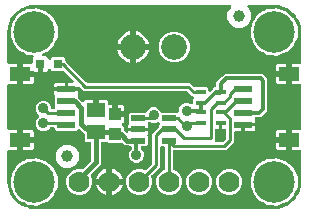
<source format=gbr>
G04 EAGLE Gerber RS-274X export*
G75*
%MOMM*%
%FSLAX34Y34*%
%LPD*%
%INTop Copper*%
%IPPOS*%
%AMOC8*
5,1,8,0,0,1.08239X$1,22.5*%
G01*
%ADD10R,1.200000X0.550000*%
%ADD11C,1.778000*%
%ADD12R,1.500000X1.240000*%
%ADD13R,1.000000X1.075000*%
%ADD14C,3.516000*%
%ADD15R,1.550000X0.600000*%
%ADD16R,1.800000X1.200000*%
%ADD17C,1.000000*%
%ADD18R,0.800000X0.800000*%
%ADD19R,0.900000X0.450000*%
%ADD20C,2.184400*%
%ADD21C,0.254000*%
%ADD22C,0.889000*%
%ADD23C,0.406400*%
%ADD24C,0.304800*%

G36*
X228622Y2543D02*
X228622Y2543D01*
X228700Y2545D01*
X232077Y2810D01*
X232145Y2824D01*
X232214Y2829D01*
X232370Y2869D01*
X238794Y4956D01*
X238901Y5006D01*
X239012Y5050D01*
X239063Y5083D01*
X239082Y5091D01*
X239097Y5104D01*
X239148Y5136D01*
X244612Y9107D01*
X244699Y9188D01*
X244746Y9227D01*
X244752Y9231D01*
X244753Y9233D01*
X244791Y9264D01*
X244829Y9310D01*
X244844Y9324D01*
X244855Y9341D01*
X244893Y9387D01*
X246586Y11717D01*
X246599Y11741D01*
X246616Y11761D01*
X246675Y11879D01*
X246739Y11996D01*
X246746Y12022D01*
X246758Y12046D01*
X246785Y12174D01*
X246799Y12185D01*
X246823Y12196D01*
X246925Y12281D01*
X247031Y12361D01*
X247048Y12382D01*
X247068Y12398D01*
X247171Y12522D01*
X248864Y14852D01*
X248921Y14956D01*
X248985Y15056D01*
X249007Y15113D01*
X249017Y15131D01*
X249022Y15151D01*
X249044Y15206D01*
X251131Y21630D01*
X251144Y21698D01*
X251167Y21764D01*
X251190Y21923D01*
X251455Y25300D01*
X251455Y25304D01*
X251456Y25307D01*
X251455Y25326D01*
X251459Y25400D01*
X251459Y51090D01*
X251444Y51208D01*
X251437Y51327D01*
X251424Y51365D01*
X251419Y51406D01*
X251376Y51516D01*
X251339Y51629D01*
X251317Y51664D01*
X251302Y51701D01*
X251233Y51797D01*
X251169Y51898D01*
X251139Y51926D01*
X251116Y51959D01*
X251024Y52035D01*
X250937Y52116D01*
X250902Y52136D01*
X250871Y52161D01*
X250763Y52212D01*
X250659Y52270D01*
X250619Y52280D01*
X250583Y52297D01*
X250466Y52319D01*
X250351Y52349D01*
X250291Y52353D01*
X250271Y52357D01*
X250250Y52355D01*
X250190Y52359D01*
X243729Y52359D01*
X243729Y59630D01*
X243714Y59748D01*
X243707Y59867D01*
X243694Y59905D01*
X243689Y59945D01*
X243645Y60056D01*
X243609Y60169D01*
X243587Y60204D01*
X243572Y60241D01*
X243502Y60337D01*
X243439Y60438D01*
X243409Y60466D01*
X243385Y60498D01*
X243294Y60574D01*
X243207Y60656D01*
X243172Y60675D01*
X243140Y60701D01*
X243033Y60752D01*
X242929Y60809D01*
X242889Y60820D01*
X242853Y60837D01*
X242736Y60859D01*
X242621Y60889D01*
X242560Y60893D01*
X242540Y60897D01*
X242520Y60895D01*
X242460Y60899D01*
X241189Y60899D01*
X241189Y60901D01*
X242460Y60901D01*
X242578Y60916D01*
X242697Y60923D01*
X242735Y60936D01*
X242775Y60941D01*
X242886Y60985D01*
X242999Y61021D01*
X243034Y61043D01*
X243071Y61058D01*
X243167Y61128D01*
X243268Y61191D01*
X243296Y61221D01*
X243328Y61245D01*
X243404Y61336D01*
X243486Y61423D01*
X243505Y61458D01*
X243531Y61490D01*
X243582Y61597D01*
X243639Y61701D01*
X243650Y61741D01*
X243667Y61777D01*
X243689Y61894D01*
X243719Y62009D01*
X243723Y62070D01*
X243727Y62090D01*
X243725Y62109D01*
X243727Y62115D01*
X243726Y62122D01*
X243729Y62170D01*
X243729Y69441D01*
X250190Y69441D01*
X250308Y69456D01*
X250427Y69463D01*
X250465Y69476D01*
X250506Y69481D01*
X250616Y69524D01*
X250729Y69561D01*
X250764Y69583D01*
X250801Y69598D01*
X250898Y69668D01*
X250998Y69731D01*
X251026Y69761D01*
X251059Y69784D01*
X251135Y69876D01*
X251216Y69963D01*
X251236Y69998D01*
X251261Y70029D01*
X251312Y70137D01*
X251370Y70241D01*
X251380Y70280D01*
X251397Y70317D01*
X251419Y70434D01*
X251449Y70549D01*
X251453Y70609D01*
X251457Y70629D01*
X251455Y70650D01*
X251459Y70710D01*
X251459Y107090D01*
X251444Y107208D01*
X251437Y107327D01*
X251424Y107365D01*
X251419Y107406D01*
X251376Y107516D01*
X251339Y107629D01*
X251317Y107664D01*
X251302Y107701D01*
X251233Y107797D01*
X251169Y107898D01*
X251139Y107926D01*
X251116Y107959D01*
X251024Y108035D01*
X250937Y108116D01*
X250902Y108136D01*
X250871Y108161D01*
X250763Y108212D01*
X250659Y108270D01*
X250619Y108280D01*
X250583Y108297D01*
X250466Y108319D01*
X250351Y108349D01*
X250291Y108353D01*
X250271Y108357D01*
X250250Y108355D01*
X250190Y108359D01*
X243729Y108359D01*
X243729Y115630D01*
X243714Y115748D01*
X243707Y115867D01*
X243694Y115905D01*
X243689Y115945D01*
X243645Y116056D01*
X243609Y116169D01*
X243587Y116204D01*
X243572Y116241D01*
X243502Y116337D01*
X243439Y116438D01*
X243409Y116466D01*
X243385Y116498D01*
X243294Y116574D01*
X243207Y116656D01*
X243172Y116675D01*
X243140Y116701D01*
X243033Y116752D01*
X242929Y116809D01*
X242889Y116820D01*
X242853Y116837D01*
X242736Y116859D01*
X242621Y116889D01*
X242560Y116893D01*
X242540Y116897D01*
X242520Y116895D01*
X242460Y116899D01*
X241189Y116899D01*
X241189Y116901D01*
X242460Y116901D01*
X242578Y116916D01*
X242697Y116923D01*
X242735Y116936D01*
X242775Y116941D01*
X242886Y116985D01*
X242999Y117021D01*
X243034Y117043D01*
X243071Y117058D01*
X243167Y117128D01*
X243268Y117191D01*
X243296Y117221D01*
X243328Y117245D01*
X243404Y117336D01*
X243486Y117423D01*
X243505Y117458D01*
X243531Y117490D01*
X243582Y117597D01*
X243639Y117701D01*
X243650Y117741D01*
X243667Y117777D01*
X243689Y117894D01*
X243719Y118009D01*
X243723Y118070D01*
X243727Y118090D01*
X243725Y118110D01*
X243729Y118170D01*
X243729Y125441D01*
X250190Y125441D01*
X250308Y125456D01*
X250427Y125463D01*
X250465Y125476D01*
X250506Y125481D01*
X250616Y125524D01*
X250729Y125561D01*
X250764Y125583D01*
X250801Y125598D01*
X250898Y125668D01*
X250998Y125731D01*
X251026Y125761D01*
X251059Y125784D01*
X251135Y125876D01*
X251216Y125963D01*
X251236Y125998D01*
X251261Y126029D01*
X251312Y126137D01*
X251370Y126241D01*
X251380Y126280D01*
X251397Y126317D01*
X251419Y126434D01*
X251449Y126549D01*
X251453Y126609D01*
X251457Y126629D01*
X251455Y126650D01*
X251459Y126710D01*
X251459Y152400D01*
X251457Y152422D01*
X251455Y152500D01*
X251190Y155877D01*
X251176Y155945D01*
X251171Y156014D01*
X251131Y156170D01*
X249044Y162594D01*
X248993Y162701D01*
X248950Y162812D01*
X248917Y162863D01*
X248909Y162882D01*
X248896Y162897D01*
X248864Y162948D01*
X247171Y165277D01*
X247153Y165297D01*
X247139Y165320D01*
X247044Y165413D01*
X246953Y165509D01*
X246931Y165524D01*
X246912Y165542D01*
X246798Y165608D01*
X246792Y165624D01*
X246789Y165651D01*
X246740Y165775D01*
X246697Y165900D01*
X246682Y165922D01*
X246672Y165947D01*
X246586Y166083D01*
X244893Y168413D01*
X244812Y168499D01*
X244736Y168591D01*
X244690Y168629D01*
X244676Y168644D01*
X244658Y168655D01*
X244612Y168693D01*
X239148Y172664D01*
X239044Y172721D01*
X238944Y172785D01*
X238887Y172807D01*
X238869Y172817D01*
X238849Y172822D01*
X238794Y172844D01*
X232370Y174931D01*
X232302Y174944D01*
X232236Y174967D01*
X232077Y174990D01*
X228700Y175255D01*
X228678Y175254D01*
X228600Y175259D01*
X206823Y175259D01*
X206678Y175241D01*
X206533Y175226D01*
X206521Y175221D01*
X206507Y175219D01*
X206371Y175166D01*
X206235Y175115D01*
X206224Y175107D01*
X206212Y175102D01*
X206094Y175017D01*
X205974Y174934D01*
X205965Y174923D01*
X205954Y174916D01*
X205862Y174804D01*
X205766Y174693D01*
X205760Y174681D01*
X205751Y174671D01*
X205689Y174539D01*
X205624Y174408D01*
X205622Y174395D01*
X205616Y174383D01*
X205589Y174240D01*
X205558Y174097D01*
X205559Y174084D01*
X205556Y174071D01*
X205565Y173925D01*
X205571Y173779D01*
X205575Y173767D01*
X205576Y173753D01*
X205621Y173614D01*
X205663Y173475D01*
X205670Y173463D01*
X205674Y173451D01*
X205752Y173327D01*
X205827Y173203D01*
X205837Y173193D01*
X205844Y173182D01*
X205950Y173082D01*
X205974Y173059D01*
X208669Y168391D01*
X208669Y163079D01*
X206012Y158478D01*
X201411Y155821D01*
X196099Y155821D01*
X191498Y158478D01*
X188841Y163079D01*
X188841Y168391D01*
X191527Y173044D01*
X191556Y173064D01*
X191564Y173075D01*
X191575Y173083D01*
X191665Y173197D01*
X191759Y173309D01*
X191764Y173322D01*
X191773Y173332D01*
X191832Y173465D01*
X191894Y173597D01*
X191897Y173610D01*
X191902Y173623D01*
X191927Y173767D01*
X191954Y173910D01*
X191953Y173923D01*
X191955Y173936D01*
X191943Y174082D01*
X191934Y174227D01*
X191930Y174240D01*
X191929Y174253D01*
X191881Y174390D01*
X191836Y174529D01*
X191829Y174541D01*
X191824Y174554D01*
X191744Y174675D01*
X191666Y174798D01*
X191656Y174807D01*
X191649Y174819D01*
X191541Y174916D01*
X191434Y175016D01*
X191422Y175023D01*
X191412Y175032D01*
X191283Y175099D01*
X191156Y175170D01*
X191143Y175173D01*
X191131Y175179D01*
X190988Y175213D01*
X190848Y175249D01*
X190830Y175250D01*
X190821Y175252D01*
X190804Y175252D01*
X190687Y175259D01*
X25400Y175259D01*
X25378Y175257D01*
X25300Y175255D01*
X21923Y174990D01*
X21855Y174976D01*
X21786Y174971D01*
X21630Y174931D01*
X18892Y174041D01*
X18867Y174030D01*
X18841Y174024D01*
X18724Y173963D01*
X18604Y173906D01*
X18583Y173889D01*
X18560Y173877D01*
X18462Y173789D01*
X18445Y173788D01*
X18418Y173793D01*
X18286Y173785D01*
X18153Y173783D01*
X18127Y173775D01*
X18101Y173774D01*
X17945Y173734D01*
X15206Y172844D01*
X15099Y172794D01*
X14988Y172750D01*
X14937Y172717D01*
X14918Y172709D01*
X14903Y172696D01*
X14852Y172664D01*
X9388Y168693D01*
X9301Y168612D01*
X9209Y168536D01*
X9171Y168490D01*
X9156Y168476D01*
X9145Y168458D01*
X9107Y168412D01*
X5136Y162948D01*
X5079Y162844D01*
X5015Y162744D01*
X4993Y162687D01*
X4983Y162669D01*
X4978Y162649D01*
X4956Y162594D01*
X2869Y156170D01*
X2856Y156102D01*
X2833Y156036D01*
X2810Y155877D01*
X2545Y152500D01*
X2546Y152478D01*
X2541Y152400D01*
X2541Y126674D01*
X2556Y126550D01*
X2566Y126424D01*
X2576Y126392D01*
X2581Y126359D01*
X2627Y126242D01*
X2667Y126123D01*
X2685Y126094D01*
X2698Y126063D01*
X2771Y125961D01*
X2840Y125856D01*
X2865Y125833D01*
X2884Y125806D01*
X2981Y125725D01*
X3074Y125640D01*
X3103Y125624D01*
X3129Y125603D01*
X3243Y125549D01*
X3354Y125490D01*
X3387Y125482D01*
X3417Y125467D01*
X3541Y125444D01*
X3663Y125414D01*
X3696Y125414D01*
X3729Y125408D01*
X3855Y125415D01*
X3981Y125417D01*
X4029Y125426D01*
X4047Y125427D01*
X4067Y125434D01*
X4101Y125441D01*
X10906Y125441D01*
X10906Y118170D01*
X10921Y118052D01*
X10928Y117933D01*
X10941Y117895D01*
X10946Y117855D01*
X10989Y117744D01*
X11026Y117631D01*
X11048Y117596D01*
X11063Y117559D01*
X11133Y117463D01*
X11196Y117362D01*
X11226Y117334D01*
X11250Y117302D01*
X11341Y117226D01*
X11428Y117144D01*
X11463Y117125D01*
X11494Y117099D01*
X11602Y117048D01*
X11706Y116991D01*
X11746Y116980D01*
X11782Y116963D01*
X11899Y116941D01*
X12014Y116911D01*
X12075Y116907D01*
X12095Y116903D01*
X12115Y116905D01*
X12175Y116901D01*
X13446Y116901D01*
X13446Y116899D01*
X12175Y116899D01*
X12057Y116884D01*
X11938Y116877D01*
X11900Y116864D01*
X11860Y116859D01*
X11749Y116815D01*
X11636Y116779D01*
X11601Y116757D01*
X11564Y116742D01*
X11468Y116672D01*
X11367Y116609D01*
X11339Y116579D01*
X11306Y116555D01*
X11231Y116464D01*
X11149Y116377D01*
X11129Y116342D01*
X11104Y116310D01*
X11053Y116203D01*
X10995Y116099D01*
X10985Y116059D01*
X10968Y116023D01*
X10946Y115906D01*
X10916Y115791D01*
X10912Y115730D01*
X10908Y115710D01*
X10910Y115690D01*
X10906Y115630D01*
X10906Y108359D01*
X4084Y108359D01*
X4014Y108369D01*
X3890Y108392D01*
X3857Y108390D01*
X3823Y108395D01*
X3698Y108380D01*
X3573Y108373D01*
X3541Y108362D01*
X3508Y108358D01*
X3390Y108313D01*
X3271Y108275D01*
X3242Y108257D01*
X3211Y108245D01*
X3108Y108172D01*
X3002Y108105D01*
X2979Y108080D01*
X2951Y108060D01*
X2870Y107964D01*
X2784Y107873D01*
X2768Y107843D01*
X2746Y107818D01*
X2691Y107705D01*
X2630Y107594D01*
X2622Y107562D01*
X2607Y107531D01*
X2582Y107408D01*
X2551Y107286D01*
X2548Y107238D01*
X2544Y107220D01*
X2545Y107198D01*
X2541Y107126D01*
X2541Y70674D01*
X2556Y70550D01*
X2566Y70424D01*
X2576Y70392D01*
X2581Y70359D01*
X2627Y70242D01*
X2667Y70123D01*
X2685Y70094D01*
X2698Y70063D01*
X2771Y69961D01*
X2840Y69856D01*
X2865Y69833D01*
X2884Y69806D01*
X2981Y69725D01*
X3074Y69640D01*
X3103Y69624D01*
X3129Y69603D01*
X3243Y69549D01*
X3354Y69490D01*
X3387Y69482D01*
X3417Y69467D01*
X3541Y69444D01*
X3663Y69414D01*
X3696Y69414D01*
X3729Y69408D01*
X3855Y69415D01*
X3981Y69417D01*
X4029Y69426D01*
X4047Y69427D01*
X4067Y69434D01*
X4101Y69441D01*
X10906Y69441D01*
X10906Y62170D01*
X10921Y62052D01*
X10928Y61933D01*
X10941Y61895D01*
X10946Y61855D01*
X10989Y61744D01*
X11026Y61631D01*
X11048Y61596D01*
X11063Y61559D01*
X11133Y61463D01*
X11196Y61362D01*
X11226Y61334D01*
X11250Y61302D01*
X11341Y61226D01*
X11428Y61144D01*
X11463Y61125D01*
X11494Y61099D01*
X11602Y61048D01*
X11706Y60991D01*
X11746Y60980D01*
X11782Y60963D01*
X11899Y60941D01*
X12014Y60911D01*
X12075Y60907D01*
X12095Y60903D01*
X12115Y60905D01*
X12175Y60901D01*
X13446Y60901D01*
X13446Y60899D01*
X12175Y60899D01*
X12057Y60884D01*
X11938Y60877D01*
X11900Y60864D01*
X11860Y60859D01*
X11749Y60815D01*
X11636Y60779D01*
X11601Y60757D01*
X11564Y60742D01*
X11468Y60672D01*
X11367Y60609D01*
X11339Y60579D01*
X11306Y60555D01*
X11231Y60464D01*
X11149Y60377D01*
X11129Y60342D01*
X11104Y60310D01*
X11053Y60203D01*
X10995Y60099D01*
X10985Y60059D01*
X10968Y60023D01*
X10946Y59906D01*
X10916Y59791D01*
X10912Y59730D01*
X10908Y59710D01*
X10910Y59690D01*
X10906Y59630D01*
X10906Y52359D01*
X4084Y52359D01*
X4014Y52369D01*
X3890Y52392D01*
X3857Y52390D01*
X3823Y52395D01*
X3698Y52380D01*
X3573Y52373D01*
X3541Y52362D01*
X3508Y52358D01*
X3390Y52313D01*
X3271Y52275D01*
X3242Y52257D01*
X3211Y52245D01*
X3108Y52172D01*
X3002Y52105D01*
X2979Y52080D01*
X2951Y52060D01*
X2870Y51964D01*
X2784Y51873D01*
X2768Y51843D01*
X2746Y51818D01*
X2691Y51705D01*
X2630Y51594D01*
X2622Y51562D01*
X2607Y51531D01*
X2582Y51408D01*
X2551Y51286D01*
X2548Y51238D01*
X2544Y51220D01*
X2545Y51198D01*
X2541Y51126D01*
X2541Y25400D01*
X2543Y25378D01*
X2545Y25300D01*
X2810Y21923D01*
X2824Y21855D01*
X2829Y21786D01*
X2869Y21630D01*
X4956Y15206D01*
X5006Y15099D01*
X5050Y14988D01*
X5083Y14937D01*
X5091Y14918D01*
X5104Y14903D01*
X5136Y14852D01*
X9107Y9388D01*
X9127Y9366D01*
X9138Y9348D01*
X9184Y9305D01*
X9188Y9301D01*
X9264Y9209D01*
X9310Y9171D01*
X9324Y9156D01*
X9342Y9145D01*
X9388Y9107D01*
X14852Y5136D01*
X14956Y5079D01*
X15056Y5015D01*
X15113Y4993D01*
X15131Y4983D01*
X15151Y4978D01*
X15206Y4956D01*
X17945Y4066D01*
X17971Y4061D01*
X17996Y4051D01*
X18127Y4031D01*
X18257Y4006D01*
X18284Y4008D01*
X18310Y4004D01*
X18441Y4018D01*
X18455Y4008D01*
X18474Y3989D01*
X18585Y3917D01*
X18694Y3842D01*
X18719Y3832D01*
X18742Y3818D01*
X18892Y3759D01*
X21630Y2869D01*
X21698Y2856D01*
X21764Y2833D01*
X21923Y2810D01*
X25300Y2545D01*
X25322Y2546D01*
X25400Y2541D01*
X228600Y2541D01*
X228622Y2543D01*
G37*
%LPC*%
G36*
X112127Y14477D02*
X112127Y14477D01*
X108113Y16140D01*
X105040Y19213D01*
X103377Y23227D01*
X103377Y27573D01*
X105040Y31587D01*
X108113Y34660D01*
X112127Y36323D01*
X116473Y36323D01*
X118574Y35452D01*
X118602Y35445D01*
X118628Y35431D01*
X118755Y35403D01*
X118880Y35369D01*
X118910Y35368D01*
X118939Y35362D01*
X119068Y35366D01*
X119198Y35363D01*
X119227Y35370D01*
X119257Y35371D01*
X119381Y35407D01*
X119508Y35438D01*
X119534Y35451D01*
X119562Y35460D01*
X119674Y35525D01*
X119789Y35586D01*
X119811Y35606D01*
X119836Y35621D01*
X119957Y35728D01*
X124596Y40366D01*
X124656Y40445D01*
X124724Y40517D01*
X124753Y40570D01*
X124790Y40618D01*
X124830Y40709D01*
X124878Y40795D01*
X124893Y40854D01*
X124917Y40909D01*
X124932Y41007D01*
X124957Y41103D01*
X124963Y41203D01*
X124967Y41224D01*
X124965Y41236D01*
X124967Y41264D01*
X124967Y66138D01*
X130961Y72131D01*
X131021Y72210D01*
X131089Y72282D01*
X131118Y72335D01*
X131155Y72383D01*
X131195Y72474D01*
X131243Y72560D01*
X131258Y72619D01*
X131282Y72674D01*
X131297Y72772D01*
X131322Y72868D01*
X131328Y72968D01*
X131332Y72989D01*
X131330Y73001D01*
X131332Y73029D01*
X131332Y73442D01*
X131593Y73702D01*
X131666Y73797D01*
X131745Y73886D01*
X131763Y73922D01*
X131788Y73954D01*
X131835Y74063D01*
X131889Y74169D01*
X131898Y74208D01*
X131914Y74246D01*
X131933Y74363D01*
X131959Y74479D01*
X131958Y74520D01*
X131964Y74560D01*
X131953Y74678D01*
X131949Y74797D01*
X131938Y74836D01*
X131934Y74876D01*
X131894Y74988D01*
X131861Y75103D01*
X131840Y75138D01*
X131827Y75176D01*
X131760Y75274D01*
X131699Y75377D01*
X131659Y75422D01*
X131648Y75439D01*
X131633Y75452D01*
X131593Y75497D01*
X131081Y76009D01*
X131058Y76027D01*
X131039Y76050D01*
X130933Y76124D01*
X130830Y76204D01*
X130803Y76216D01*
X130779Y76233D01*
X130657Y76279D01*
X130538Y76330D01*
X130509Y76335D01*
X130481Y76345D01*
X130352Y76360D01*
X130224Y76380D01*
X130195Y76377D01*
X130165Y76381D01*
X130037Y76363D01*
X129907Y76350D01*
X129880Y76340D01*
X129850Y76336D01*
X129698Y76284D01*
X127654Y75437D01*
X125076Y75437D01*
X123837Y75951D01*
X123828Y75953D01*
X123820Y75958D01*
X123675Y75995D01*
X123530Y76035D01*
X123521Y76035D01*
X123512Y76037D01*
X123351Y76047D01*
X122507Y76047D01*
X122375Y76031D01*
X122244Y76020D01*
X122218Y76011D01*
X122191Y76007D01*
X122068Y75959D01*
X121943Y75915D01*
X121921Y75900D01*
X121896Y75890D01*
X121788Y75813D01*
X121678Y75739D01*
X121660Y75719D01*
X121638Y75704D01*
X121554Y75601D01*
X121465Y75503D01*
X121453Y75479D01*
X121435Y75459D01*
X121379Y75339D01*
X121318Y75222D01*
X121311Y75195D01*
X121300Y75171D01*
X121275Y75041D01*
X121245Y74912D01*
X121245Y74885D01*
X121240Y74859D01*
X121248Y74726D01*
X121251Y74594D01*
X121258Y74568D01*
X121260Y74541D01*
X121301Y74416D01*
X121336Y74288D01*
X121353Y74253D01*
X121358Y74239D01*
X121370Y74220D01*
X121408Y74143D01*
X121733Y73581D01*
X121906Y72934D01*
X121906Y71224D01*
X113470Y71224D01*
X113400Y71215D01*
X113360Y71218D01*
X113340Y71222D01*
X113320Y71220D01*
X113260Y71224D01*
X104824Y71224D01*
X104824Y72934D01*
X104997Y73581D01*
X105373Y74231D01*
X105385Y74245D01*
X105404Y74281D01*
X105428Y74312D01*
X105476Y74422D01*
X105530Y74528D01*
X105539Y74567D01*
X105555Y74604D01*
X105573Y74722D01*
X105600Y74839D01*
X105598Y74878D01*
X105605Y74918D01*
X105594Y75037D01*
X105590Y75157D01*
X105579Y75195D01*
X105575Y75235D01*
X105535Y75347D01*
X105502Y75462D01*
X105481Y75496D01*
X105468Y75534D01*
X105401Y75633D01*
X105340Y75736D01*
X105332Y75745D01*
X105332Y82942D01*
X106523Y84133D01*
X119424Y84133D01*
X119453Y84136D01*
X119483Y84134D01*
X119611Y84156D01*
X119740Y84173D01*
X119767Y84183D01*
X119796Y84188D01*
X119915Y84242D01*
X120035Y84290D01*
X120059Y84307D01*
X120086Y84319D01*
X120188Y84400D01*
X120293Y84476D01*
X120311Y84499D01*
X120335Y84518D01*
X120413Y84621D01*
X120495Y84721D01*
X120508Y84748D01*
X120526Y84772D01*
X120597Y84916D01*
X120873Y85584D01*
X122696Y87407D01*
X125076Y88393D01*
X127654Y88393D01*
X130034Y87407D01*
X131857Y85584D01*
X132133Y84916D01*
X132148Y84891D01*
X132157Y84863D01*
X132226Y84753D01*
X132291Y84640D01*
X132311Y84619D01*
X132327Y84594D01*
X132422Y84505D01*
X132512Y84412D01*
X132537Y84396D01*
X132559Y84376D01*
X132673Y84313D01*
X132783Y84245D01*
X132811Y84237D01*
X132837Y84222D01*
X132963Y84190D01*
X133087Y84152D01*
X133117Y84150D01*
X133145Y84143D01*
X133306Y84133D01*
X146508Y84133D01*
X146626Y84148D01*
X146745Y84155D01*
X146783Y84168D01*
X146824Y84173D01*
X146934Y84216D01*
X147047Y84253D01*
X147082Y84275D01*
X147119Y84290D01*
X147215Y84359D01*
X147316Y84423D01*
X147344Y84453D01*
X147377Y84476D01*
X147453Y84568D01*
X147534Y84655D01*
X147554Y84690D01*
X147579Y84721D01*
X147630Y84829D01*
X147688Y84933D01*
X147698Y84973D01*
X147715Y85009D01*
X147737Y85126D01*
X147767Y85241D01*
X147771Y85301D01*
X147775Y85321D01*
X147773Y85342D01*
X147777Y85402D01*
X147777Y87014D01*
X148763Y89394D01*
X150586Y91217D01*
X152966Y92203D01*
X155544Y92203D01*
X157837Y91253D01*
X157885Y91239D01*
X157930Y91218D01*
X158038Y91198D01*
X158144Y91169D01*
X158194Y91168D01*
X158243Y91159D01*
X158352Y91165D01*
X158462Y91164D01*
X158510Y91175D01*
X158560Y91178D01*
X158664Y91212D01*
X158771Y91238D01*
X158815Y91261D01*
X158862Y91276D01*
X158955Y91335D01*
X159052Y91386D01*
X159089Y91420D01*
X159131Y91446D01*
X159206Y91526D01*
X159288Y91600D01*
X159315Y91642D01*
X159349Y91678D01*
X159402Y91774D01*
X159462Y91866D01*
X159479Y91913D01*
X159503Y91957D01*
X159530Y92063D01*
X159566Y92167D01*
X159570Y92216D01*
X159582Y92265D01*
X159592Y92425D01*
X159592Y95357D01*
X160031Y95796D01*
X160116Y95905D01*
X160205Y96012D01*
X160213Y96031D01*
X160226Y96047D01*
X160281Y96175D01*
X160340Y96300D01*
X160344Y96320D01*
X160352Y96339D01*
X160374Y96477D01*
X160400Y96613D01*
X160399Y96633D01*
X160402Y96653D01*
X160389Y96792D01*
X160380Y96930D01*
X160374Y96949D01*
X160372Y96969D01*
X160325Y97100D01*
X160282Y97232D01*
X160271Y97250D01*
X160265Y97269D01*
X160187Y97383D01*
X160112Y97501D01*
X160097Y97515D01*
X160086Y97532D01*
X159982Y97624D01*
X159880Y97719D01*
X159863Y97729D01*
X159848Y97742D01*
X159724Y97805D01*
X159602Y97873D01*
X159582Y97878D01*
X159564Y97887D01*
X159428Y97917D01*
X159294Y97952D01*
X159266Y97954D01*
X159254Y97957D01*
X159234Y97956D01*
X159133Y97962D01*
X159042Y97962D01*
X154634Y102371D01*
X154555Y102431D01*
X154483Y102499D01*
X154430Y102528D01*
X154382Y102565D01*
X154291Y102605D01*
X154205Y102653D01*
X154146Y102668D01*
X154091Y102692D01*
X153993Y102707D01*
X153897Y102732D01*
X153797Y102738D01*
X153776Y102742D01*
X153764Y102740D01*
X153736Y102742D01*
X67092Y102742D01*
X64807Y105028D01*
X64728Y105088D01*
X64656Y105156D01*
X64603Y105185D01*
X64555Y105222D01*
X64464Y105262D01*
X64378Y105310D01*
X64319Y105325D01*
X64264Y105349D01*
X64166Y105364D01*
X64070Y105389D01*
X63970Y105395D01*
X63950Y105399D01*
X63937Y105397D01*
X63909Y105399D01*
X53944Y105399D01*
X53944Y109441D01*
X57329Y109441D01*
X57467Y109458D01*
X57606Y109471D01*
X57625Y109478D01*
X57645Y109481D01*
X57774Y109532D01*
X57905Y109579D01*
X57922Y109590D01*
X57940Y109598D01*
X58053Y109679D01*
X58168Y109757D01*
X58181Y109773D01*
X58198Y109784D01*
X58287Y109892D01*
X58379Y109996D01*
X58388Y110014D01*
X58401Y110029D01*
X58460Y110155D01*
X58523Y110279D01*
X58528Y110299D01*
X58536Y110317D01*
X58562Y110453D01*
X58593Y110589D01*
X58592Y110610D01*
X58596Y110629D01*
X58587Y110768D01*
X58583Y110907D01*
X58577Y110927D01*
X58576Y110947D01*
X58533Y111079D01*
X58495Y111213D01*
X58484Y111230D01*
X58478Y111249D01*
X58404Y111367D01*
X58333Y111487D01*
X58315Y111508D01*
X58308Y111518D01*
X58293Y111532D01*
X58227Y111607D01*
X51144Y118691D01*
X51065Y118751D01*
X50993Y118819D01*
X50940Y118848D01*
X50892Y118885D01*
X50801Y118925D01*
X50715Y118973D01*
X50656Y118988D01*
X50601Y119012D01*
X50503Y119027D01*
X50407Y119052D01*
X50307Y119058D01*
X50287Y119062D01*
X50274Y119060D01*
X50246Y119062D01*
X40758Y119062D01*
X39556Y120264D01*
X39548Y120327D01*
X39531Y120478D01*
X39528Y120484D01*
X39527Y120491D01*
X39471Y120633D01*
X39417Y120775D01*
X39413Y120781D01*
X39410Y120787D01*
X39321Y120910D01*
X39233Y121034D01*
X39228Y121039D01*
X39224Y121044D01*
X39105Y121142D01*
X38990Y121240D01*
X38984Y121243D01*
X38979Y121247D01*
X38842Y121311D01*
X38704Y121378D01*
X38697Y121380D01*
X38691Y121383D01*
X38543Y121411D01*
X38392Y121441D01*
X38385Y121441D01*
X38379Y121442D01*
X38227Y121433D01*
X38074Y121425D01*
X38068Y121423D01*
X38061Y121423D01*
X37916Y121376D01*
X37771Y121330D01*
X37765Y121327D01*
X37759Y121325D01*
X37630Y121243D01*
X37500Y121163D01*
X37496Y121158D01*
X37490Y121154D01*
X37384Y121042D01*
X37280Y120934D01*
X37277Y120928D01*
X37272Y120923D01*
X37198Y120789D01*
X37123Y120657D01*
X37121Y120648D01*
X37118Y120644D01*
X37116Y120634D01*
X37072Y120504D01*
X36968Y120114D01*
X36633Y119535D01*
X36160Y119062D01*
X35581Y118727D01*
X34934Y118554D01*
X32599Y118554D01*
X32599Y124365D01*
X32584Y124483D01*
X32577Y124602D01*
X32564Y124640D01*
X32559Y124680D01*
X32516Y124791D01*
X32479Y124904D01*
X32457Y124938D01*
X32442Y124976D01*
X32373Y125072D01*
X32309Y125173D01*
X32279Y125201D01*
X32256Y125233D01*
X32164Y125309D01*
X32077Y125391D01*
X32042Y125410D01*
X32011Y125436D01*
X31903Y125487D01*
X31799Y125544D01*
X31759Y125554D01*
X31723Y125572D01*
X31606Y125594D01*
X31491Y125624D01*
X31431Y125628D01*
X31411Y125631D01*
X31390Y125630D01*
X31330Y125634D01*
X29870Y125634D01*
X29752Y125619D01*
X29633Y125612D01*
X29595Y125599D01*
X29554Y125594D01*
X29444Y125550D01*
X29331Y125514D01*
X29296Y125492D01*
X29259Y125477D01*
X29162Y125407D01*
X29062Y125344D01*
X29034Y125314D01*
X29001Y125290D01*
X28925Y125199D01*
X28844Y125112D01*
X28824Y125077D01*
X28799Y125045D01*
X28748Y124938D01*
X28690Y124833D01*
X28680Y124794D01*
X28663Y124758D01*
X28641Y124641D01*
X28611Y124525D01*
X28607Y124465D01*
X28603Y124445D01*
X28605Y124425D01*
X28601Y124365D01*
X28601Y118554D01*
X26266Y118554D01*
X25619Y118727D01*
X25040Y119062D01*
X25034Y119067D01*
X24956Y119128D01*
X24884Y119196D01*
X24831Y119225D01*
X24783Y119262D01*
X24692Y119302D01*
X24606Y119349D01*
X24547Y119365D01*
X24491Y119389D01*
X24393Y119404D01*
X24298Y119429D01*
X24198Y119435D01*
X24177Y119439D01*
X24165Y119437D01*
X24137Y119439D01*
X15984Y119439D01*
X15984Y125441D01*
X22790Y125441D01*
X22908Y125456D01*
X23027Y125463D01*
X23065Y125476D01*
X23106Y125481D01*
X23216Y125524D01*
X23329Y125561D01*
X23364Y125583D01*
X23401Y125598D01*
X23498Y125668D01*
X23598Y125731D01*
X23626Y125761D01*
X23659Y125784D01*
X23735Y125876D01*
X23816Y125963D01*
X23836Y125998D01*
X23861Y126029D01*
X23912Y126137D01*
X23970Y126241D01*
X23980Y126280D01*
X23997Y126317D01*
X24019Y126434D01*
X24049Y126549D01*
X24053Y126609D01*
X24057Y126629D01*
X24055Y126650D01*
X24059Y126710D01*
X24059Y129429D01*
X24232Y130076D01*
X24584Y130685D01*
X24621Y130721D01*
X24665Y130795D01*
X24719Y130863D01*
X24748Y130930D01*
X24785Y130993D01*
X24811Y131075D01*
X24845Y131155D01*
X24856Y131227D01*
X24878Y131297D01*
X24881Y131383D01*
X24895Y131469D01*
X24888Y131542D01*
X24891Y131615D01*
X24873Y131699D01*
X24865Y131786D01*
X24840Y131854D01*
X24825Y131926D01*
X24787Y132003D01*
X24757Y132085D01*
X24716Y132145D01*
X24684Y132211D01*
X24627Y132276D01*
X24579Y132348D01*
X24524Y132396D01*
X24476Y132452D01*
X24405Y132501D01*
X24340Y132559D01*
X24275Y132592D01*
X24215Y132634D01*
X24134Y132664D01*
X24057Y132703D01*
X23986Y132719D01*
X23917Y132745D01*
X23759Y132772D01*
X23676Y132780D01*
X23658Y132780D01*
X23543Y132787D01*
X21499Y132787D01*
X20951Y133014D01*
X20853Y133041D01*
X20757Y133077D01*
X20665Y133092D01*
X20644Y133098D01*
X20630Y133098D01*
X20598Y133104D01*
X19179Y133253D01*
X16215Y134964D01*
X16213Y134965D01*
X16210Y134967D01*
X16066Y135038D01*
X14290Y135773D01*
X13693Y136370D01*
X13626Y136422D01*
X13565Y136483D01*
X13451Y136558D01*
X13442Y136565D01*
X13438Y136567D01*
X13431Y136572D01*
X11929Y137439D01*
X10139Y139903D01*
X10126Y139917D01*
X10116Y139933D01*
X10009Y140054D01*
X8773Y141290D01*
X8357Y142296D01*
X8322Y142356D01*
X8297Y142420D01*
X8211Y142556D01*
X7008Y144211D01*
X6447Y146849D01*
X6436Y146883D01*
X6431Y146919D01*
X6379Y147071D01*
X5787Y148499D01*
X5787Y149822D01*
X5781Y149874D01*
X5783Y149926D01*
X5760Y150086D01*
X5268Y152400D01*
X5760Y154714D01*
X5764Y154767D01*
X5777Y154817D01*
X5787Y154978D01*
X5787Y156301D01*
X6379Y157729D01*
X6388Y157763D01*
X6404Y157795D01*
X6447Y157951D01*
X7008Y160589D01*
X8211Y162244D01*
X8244Y162305D01*
X8286Y162360D01*
X8357Y162504D01*
X8773Y163510D01*
X10009Y164746D01*
X10021Y164761D01*
X10036Y164773D01*
X10139Y164897D01*
X11929Y167361D01*
X13431Y168228D01*
X13499Y168280D01*
X13573Y168324D01*
X13675Y168414D01*
X13684Y168421D01*
X13687Y168424D01*
X13693Y168430D01*
X14290Y169027D01*
X16066Y169762D01*
X16068Y169764D01*
X16071Y169764D01*
X16215Y169836D01*
X18972Y171428D01*
X18993Y171444D01*
X19017Y171455D01*
X19119Y171540D01*
X19166Y171575D01*
X19203Y171568D01*
X19229Y171569D01*
X19256Y171565D01*
X19416Y171572D01*
X20598Y171696D01*
X20698Y171720D01*
X20799Y171734D01*
X20887Y171764D01*
X20908Y171769D01*
X20920Y171775D01*
X20951Y171786D01*
X21499Y172013D01*
X23543Y172013D01*
X23560Y172015D01*
X23676Y172020D01*
X27504Y172422D01*
X28573Y172075D01*
X28690Y172053D01*
X28805Y172023D01*
X28865Y172019D01*
X28885Y172015D01*
X28906Y172017D01*
X28965Y172013D01*
X29301Y172013D01*
X31209Y171223D01*
X31230Y171217D01*
X31303Y171188D01*
X35466Y169835D01*
X36078Y169285D01*
X36189Y169207D01*
X36297Y169126D01*
X36327Y169111D01*
X36339Y169103D01*
X36359Y169096D01*
X36441Y169055D01*
X36510Y169027D01*
X37805Y167732D01*
X37819Y167721D01*
X37853Y167686D01*
X41687Y164233D01*
X41900Y163756D01*
X41978Y163626D01*
X41979Y163626D01*
X42250Y162971D01*
X42255Y162963D01*
X42263Y162941D01*
X45092Y156586D01*
X45092Y148214D01*
X42263Y141859D01*
X42260Y141849D01*
X42250Y141829D01*
X41994Y141211D01*
X41975Y141187D01*
X41970Y141178D01*
X41967Y141174D01*
X41963Y141164D01*
X41900Y141044D01*
X41687Y140567D01*
X37853Y137114D01*
X37841Y137100D01*
X37805Y137068D01*
X36510Y135773D01*
X36441Y135745D01*
X36324Y135678D01*
X36204Y135615D01*
X36177Y135594D01*
X36165Y135587D01*
X36149Y135572D01*
X36078Y135515D01*
X35466Y134965D01*
X32842Y134112D01*
X32734Y134061D01*
X32623Y134017D01*
X32590Y133994D01*
X32554Y133977D01*
X32462Y133901D01*
X32365Y133831D01*
X32340Y133800D01*
X32309Y133774D01*
X32239Y133677D01*
X32163Y133586D01*
X32145Y133549D01*
X32122Y133517D01*
X32078Y133405D01*
X32027Y133298D01*
X32020Y133259D01*
X32005Y133221D01*
X31990Y133102D01*
X31967Y132985D01*
X31970Y132946D01*
X31965Y132906D01*
X31980Y132787D01*
X31987Y132668D01*
X31999Y132630D01*
X32004Y132590D01*
X32048Y132479D01*
X32085Y132366D01*
X32106Y132332D01*
X32121Y132294D01*
X32191Y132198D01*
X32255Y132097D01*
X32284Y132069D01*
X32308Y132037D01*
X32400Y131961D01*
X32487Y131879D01*
X32522Y131860D01*
X32553Y131834D01*
X32661Y131783D01*
X32765Y131725D01*
X32804Y131715D01*
X32840Y131698D01*
X32958Y131676D01*
X33073Y131646D01*
X33133Y131642D01*
X33153Y131638D01*
X33173Y131640D01*
X33234Y131636D01*
X34934Y131636D01*
X35581Y131463D01*
X36160Y131128D01*
X36633Y130655D01*
X36968Y130076D01*
X37072Y129686D01*
X37130Y129545D01*
X37186Y129403D01*
X37190Y129398D01*
X37192Y129391D01*
X37284Y129268D01*
X37372Y129146D01*
X37378Y129141D01*
X37382Y129136D01*
X37499Y129041D01*
X37617Y128943D01*
X37624Y128940D01*
X37629Y128936D01*
X37768Y128872D01*
X37905Y128807D01*
X37912Y128806D01*
X37918Y128803D01*
X38069Y128776D01*
X38218Y128748D01*
X38224Y128748D01*
X38231Y128747D01*
X38383Y128758D01*
X38535Y128767D01*
X38541Y128770D01*
X38548Y128770D01*
X38694Y128819D01*
X38837Y128865D01*
X38843Y128869D01*
X38850Y128871D01*
X38978Y128954D01*
X39106Y129036D01*
X39111Y129041D01*
X39116Y129044D01*
X39219Y129155D01*
X39324Y129267D01*
X39327Y129273D01*
X39332Y129278D01*
X39404Y129412D01*
X39478Y129546D01*
X39479Y129552D01*
X39482Y129558D01*
X39519Y129707D01*
X39557Y129854D01*
X39558Y129863D01*
X39559Y129867D01*
X39559Y129878D01*
X39562Y129932D01*
X40758Y131128D01*
X50442Y131128D01*
X51633Y129937D01*
X51633Y128069D01*
X51645Y127971D01*
X51648Y127872D01*
X51665Y127813D01*
X51673Y127753D01*
X51709Y127661D01*
X51737Y127566D01*
X51767Y127514D01*
X51790Y127458D01*
X51848Y127377D01*
X51898Y127292D01*
X51964Y127217D01*
X51976Y127200D01*
X51986Y127192D01*
X52005Y127171D01*
X53084Y126092D01*
X53084Y126091D01*
X69456Y109719D01*
X69535Y109659D01*
X69607Y109591D01*
X69660Y109562D01*
X69708Y109525D01*
X69799Y109485D01*
X69885Y109437D01*
X69944Y109422D01*
X69999Y109398D01*
X70097Y109383D01*
X70193Y109358D01*
X70293Y109352D01*
X70314Y109348D01*
X70326Y109350D01*
X70354Y109348D01*
X156998Y109348D01*
X160426Y105919D01*
X160505Y105859D01*
X160577Y105791D01*
X160630Y105762D01*
X160678Y105725D01*
X160769Y105685D01*
X160855Y105637D01*
X160914Y105622D01*
X160969Y105598D01*
X161067Y105583D01*
X161163Y105558D01*
X161263Y105552D01*
X161283Y105548D01*
X161296Y105550D01*
X161324Y105548D01*
X171467Y105548D01*
X172658Y104357D01*
X172658Y103082D01*
X172675Y102944D01*
X172688Y102806D01*
X172695Y102787D01*
X172698Y102766D01*
X172749Y102637D01*
X172796Y102506D01*
X172807Y102489D01*
X172815Y102471D01*
X172896Y102358D01*
X172974Y102243D01*
X172990Y102230D01*
X173001Y102213D01*
X173109Y102125D01*
X173213Y102033D01*
X173231Y102023D01*
X173246Y102011D01*
X173372Y101951D01*
X173496Y101888D01*
X173516Y101884D01*
X173534Y101875D01*
X173671Y101849D01*
X173806Y101818D01*
X173827Y101819D01*
X173846Y101815D01*
X173985Y101824D01*
X174124Y101828D01*
X174144Y101834D01*
X174164Y101835D01*
X174296Y101878D01*
X174430Y101916D01*
X174447Y101927D01*
X174466Y101933D01*
X174584Y102007D01*
X174704Y102078D01*
X174725Y102097D01*
X174735Y102103D01*
X174749Y102118D01*
X174824Y102184D01*
X176221Y103580D01*
X176281Y103659D01*
X176349Y103731D01*
X176378Y103784D01*
X176415Y103832D01*
X176455Y103923D01*
X176503Y104009D01*
X176518Y104068D01*
X176542Y104124D01*
X176557Y104222D01*
X176582Y104317D01*
X176584Y104349D01*
X177783Y105548D01*
X178299Y105548D01*
X178417Y105563D01*
X178536Y105570D01*
X178574Y105583D01*
X178615Y105588D01*
X178725Y105631D01*
X178838Y105668D01*
X178873Y105690D01*
X178910Y105705D01*
X179006Y105774D01*
X179107Y105838D01*
X179135Y105868D01*
X179168Y105891D01*
X179244Y105983D01*
X179325Y106070D01*
X179345Y106105D01*
X179370Y106136D01*
X179421Y106244D01*
X179479Y106348D01*
X179489Y106388D01*
X179506Y106424D01*
X179528Y106541D01*
X179558Y106656D01*
X179562Y106716D01*
X179566Y106736D01*
X179564Y106757D01*
X179568Y106817D01*
X179568Y109668D01*
X182023Y112123D01*
X182024Y112123D01*
X184032Y114131D01*
X184032Y114132D01*
X186487Y116587D01*
X218643Y116587D01*
X222632Y112598D01*
X222632Y85522D01*
X217453Y80343D01*
X213084Y80343D01*
X212953Y80327D01*
X212821Y80316D01*
X212795Y80307D01*
X212769Y80303D01*
X212646Y80255D01*
X212520Y80211D01*
X212498Y80196D01*
X212473Y80186D01*
X212366Y80109D01*
X212255Y80035D01*
X212237Y80015D01*
X212216Y80000D01*
X212131Y79898D01*
X212043Y79799D01*
X212030Y79775D01*
X212013Y79755D01*
X211956Y79635D01*
X211895Y79518D01*
X211889Y79491D01*
X211877Y79467D01*
X211852Y79337D01*
X211822Y79208D01*
X211823Y79181D01*
X211817Y79155D01*
X211826Y79023D01*
X211828Y78890D01*
X211836Y78864D01*
X211837Y78837D01*
X211878Y78712D01*
X211913Y78584D01*
X211931Y78549D01*
X211935Y78535D01*
X211947Y78516D01*
X211985Y78439D01*
X212308Y77881D01*
X212481Y77234D01*
X212481Y75399D01*
X202420Y75399D01*
X202302Y75384D01*
X202183Y75377D01*
X202145Y75364D01*
X202105Y75359D01*
X201994Y75316D01*
X201881Y75279D01*
X201847Y75257D01*
X201809Y75242D01*
X201713Y75173D01*
X201612Y75109D01*
X201584Y75079D01*
X201552Y75056D01*
X201476Y74964D01*
X201394Y74877D01*
X201375Y74842D01*
X201349Y74811D01*
X201329Y74768D01*
X201252Y74712D01*
X201152Y74649D01*
X201124Y74619D01*
X201091Y74595D01*
X201015Y74504D01*
X200934Y74417D01*
X200914Y74382D01*
X200889Y74350D01*
X200838Y74243D01*
X200780Y74138D01*
X200770Y74099D01*
X200753Y74063D01*
X200731Y73946D01*
X200701Y73830D01*
X200697Y73770D01*
X200693Y73750D01*
X200695Y73730D01*
X200691Y73670D01*
X200691Y68359D01*
X195710Y68359D01*
X195592Y68344D01*
X195473Y68337D01*
X195435Y68324D01*
X195394Y68319D01*
X195284Y68276D01*
X195171Y68239D01*
X195136Y68217D01*
X195099Y68202D01*
X195003Y68133D01*
X194902Y68069D01*
X194874Y68039D01*
X194841Y68016D01*
X194765Y67924D01*
X194684Y67837D01*
X194664Y67802D01*
X194639Y67771D01*
X194588Y67663D01*
X194530Y67559D01*
X194520Y67519D01*
X194503Y67483D01*
X194481Y67366D01*
X194451Y67251D01*
X194447Y67191D01*
X194443Y67171D01*
X194445Y67150D01*
X194441Y67090D01*
X194441Y59595D01*
X187423Y52577D01*
X143937Y52577D01*
X143819Y52562D01*
X143700Y52555D01*
X143662Y52542D01*
X143621Y52537D01*
X143511Y52494D01*
X143398Y52457D01*
X143363Y52435D01*
X143326Y52420D01*
X143230Y52351D01*
X143129Y52287D01*
X143101Y52257D01*
X143068Y52234D01*
X142992Y52142D01*
X142911Y52055D01*
X142891Y52020D01*
X142866Y51989D01*
X142815Y51881D01*
X142757Y51777D01*
X142747Y51737D01*
X142730Y51701D01*
X142708Y51584D01*
X142678Y51469D01*
X142674Y51409D01*
X142670Y51389D01*
X142672Y51368D01*
X142668Y51308D01*
X142668Y36841D01*
X142671Y36812D01*
X142669Y36783D01*
X142691Y36655D01*
X142708Y36526D01*
X142718Y36499D01*
X142723Y36469D01*
X142777Y36351D01*
X142825Y36230D01*
X142842Y36206D01*
X142854Y36179D01*
X142935Y36078D01*
X143011Y35973D01*
X143034Y35954D01*
X143053Y35931D01*
X143156Y35853D01*
X143256Y35770D01*
X143283Y35758D01*
X143307Y35740D01*
X143451Y35669D01*
X145887Y34660D01*
X148960Y31587D01*
X150623Y27573D01*
X150623Y23227D01*
X148960Y19213D01*
X145887Y16140D01*
X141873Y14477D01*
X137527Y14477D01*
X133513Y16140D01*
X130440Y19213D01*
X128777Y23227D01*
X128777Y27573D01*
X130440Y31587D01*
X133513Y34660D01*
X135279Y35391D01*
X135304Y35406D01*
X135332Y35415D01*
X135442Y35485D01*
X135555Y35549D01*
X135576Y35569D01*
X135601Y35585D01*
X135690Y35680D01*
X135783Y35770D01*
X135799Y35795D01*
X135819Y35817D01*
X135882Y35931D01*
X135950Y36041D01*
X135958Y36069D01*
X135973Y36095D01*
X136005Y36221D01*
X136043Y36345D01*
X136045Y36375D01*
X136052Y36403D01*
X136062Y36564D01*
X136062Y54298D01*
X136047Y54416D01*
X136040Y54535D01*
X136027Y54573D01*
X136022Y54614D01*
X135979Y54724D01*
X135942Y54837D01*
X135920Y54872D01*
X135905Y54909D01*
X135836Y55005D01*
X135772Y55106D01*
X135742Y55134D01*
X135719Y55167D01*
X135627Y55243D01*
X135540Y55324D01*
X135505Y55344D01*
X135474Y55369D01*
X135366Y55420D01*
X135262Y55478D01*
X135222Y55488D01*
X135186Y55505D01*
X135069Y55527D01*
X134954Y55557D01*
X134894Y55561D01*
X134874Y55565D01*
X134853Y55563D01*
X134793Y55567D01*
X132842Y55567D01*
X132724Y55552D01*
X132605Y55545D01*
X132567Y55532D01*
X132526Y55527D01*
X132416Y55484D01*
X132303Y55447D01*
X132268Y55425D01*
X132231Y55410D01*
X132135Y55341D01*
X132034Y55277D01*
X132006Y55247D01*
X131973Y55224D01*
X131897Y55132D01*
X131816Y55045D01*
X131796Y55010D01*
X131771Y54979D01*
X131720Y54871D01*
X131662Y54767D01*
X131652Y54727D01*
X131635Y54691D01*
X131613Y54574D01*
X131583Y54459D01*
X131579Y54398D01*
X131575Y54379D01*
X131577Y54358D01*
X131573Y54298D01*
X131573Y38002D01*
X129266Y35696D01*
X124628Y31057D01*
X124609Y31033D01*
X124587Y31014D01*
X124512Y30908D01*
X124433Y30806D01*
X124421Y30778D01*
X124404Y30754D01*
X124358Y30633D01*
X124306Y30514D01*
X124302Y30485D01*
X124291Y30457D01*
X124277Y30328D01*
X124256Y30200D01*
X124259Y30170D01*
X124256Y30141D01*
X124274Y30012D01*
X124286Y29883D01*
X124296Y29855D01*
X124300Y29826D01*
X124352Y29674D01*
X125223Y27573D01*
X125223Y23227D01*
X123560Y19213D01*
X120487Y16140D01*
X116473Y14477D01*
X112127Y14477D01*
G37*
%LPD*%
%LPC*%
G36*
X61327Y14477D02*
X61327Y14477D01*
X57313Y16140D01*
X54240Y19213D01*
X52577Y23227D01*
X52577Y27573D01*
X54240Y31587D01*
X57313Y34660D01*
X61327Y36323D01*
X65609Y36323D01*
X65707Y36335D01*
X65806Y36338D01*
X65864Y36355D01*
X65924Y36363D01*
X66016Y36399D01*
X66111Y36427D01*
X66163Y36457D01*
X66220Y36480D01*
X66300Y36538D01*
X66385Y36588D01*
X66461Y36654D01*
X66477Y36666D01*
X66485Y36676D01*
X66506Y36694D01*
X73034Y43222D01*
X73094Y43300D01*
X73162Y43372D01*
X73191Y43425D01*
X73228Y43473D01*
X73268Y43564D01*
X73316Y43651D01*
X73331Y43709D01*
X73355Y43765D01*
X73370Y43863D01*
X73395Y43959D01*
X73401Y44059D01*
X73405Y44079D01*
X73403Y44091D01*
X73405Y44119D01*
X73405Y57833D01*
X73390Y57951D01*
X73383Y58070D01*
X73370Y58108D01*
X73365Y58149D01*
X73322Y58259D01*
X73285Y58372D01*
X73263Y58407D01*
X73248Y58444D01*
X73179Y58540D01*
X73115Y58641D01*
X73085Y58669D01*
X73062Y58702D01*
X72970Y58778D01*
X72883Y58859D01*
X72848Y58879D01*
X72817Y58904D01*
X72709Y58955D01*
X72605Y59013D01*
X72565Y59023D01*
X72529Y59040D01*
X72412Y59062D01*
X72297Y59092D01*
X72237Y59096D01*
X72217Y59100D01*
X72196Y59098D01*
X72136Y59102D01*
X69128Y59102D01*
X67937Y60293D01*
X67937Y65489D01*
X67925Y65587D01*
X67922Y65686D01*
X67905Y65744D01*
X67897Y65804D01*
X67861Y65896D01*
X67833Y65991D01*
X67803Y66043D01*
X67780Y66100D01*
X67722Y66180D01*
X67672Y66265D01*
X67606Y66341D01*
X67594Y66357D01*
X67584Y66365D01*
X67566Y66386D01*
X63958Y69993D01*
X63864Y70067D01*
X63775Y70145D01*
X63739Y70164D01*
X63707Y70188D01*
X63598Y70236D01*
X63492Y70290D01*
X63452Y70299D01*
X63415Y70315D01*
X63297Y70333D01*
X63181Y70359D01*
X63141Y70358D01*
X63101Y70365D01*
X62982Y70353D01*
X62863Y70350D01*
X62825Y70339D01*
X62784Y70335D01*
X62672Y70294D01*
X62558Y70261D01*
X62523Y70241D01*
X62485Y70227D01*
X62387Y70160D01*
X62284Y70100D01*
X62239Y70060D01*
X62222Y70049D01*
X62208Y70033D01*
X62163Y69993D01*
X61037Y68867D01*
X43853Y68867D01*
X42662Y70058D01*
X42662Y70358D01*
X42647Y70476D01*
X42640Y70595D01*
X42627Y70633D01*
X42622Y70674D01*
X42579Y70784D01*
X42542Y70897D01*
X42520Y70932D01*
X42505Y70969D01*
X42436Y71065D01*
X42372Y71166D01*
X42342Y71194D01*
X42319Y71227D01*
X42227Y71303D01*
X42140Y71384D01*
X42105Y71404D01*
X42074Y71429D01*
X41966Y71480D01*
X41862Y71538D01*
X41822Y71548D01*
X41786Y71565D01*
X41669Y71587D01*
X41554Y71617D01*
X41494Y71621D01*
X41474Y71625D01*
X41453Y71623D01*
X41393Y71627D01*
X39404Y71627D01*
X39306Y71615D01*
X39207Y71612D01*
X39148Y71595D01*
X39088Y71587D01*
X38996Y71551D01*
X38901Y71523D01*
X38849Y71493D01*
X38793Y71470D01*
X38713Y71412D01*
X38627Y71362D01*
X38552Y71296D01*
X38535Y71284D01*
X38528Y71274D01*
X38506Y71256D01*
X36689Y69438D01*
X34309Y68452D01*
X31731Y68452D01*
X29351Y69438D01*
X27528Y71261D01*
X26542Y73641D01*
X26542Y76219D01*
X27528Y78599D01*
X29312Y80382D01*
X29385Y80477D01*
X29463Y80566D01*
X29482Y80602D01*
X29507Y80634D01*
X29554Y80743D01*
X29608Y80849D01*
X29617Y80888D01*
X29633Y80926D01*
X29652Y81043D01*
X29678Y81159D01*
X29676Y81200D01*
X29683Y81240D01*
X29672Y81358D01*
X29668Y81477D01*
X29657Y81516D01*
X29653Y81556D01*
X29613Y81669D01*
X29580Y81783D01*
X29559Y81817D01*
X29545Y81856D01*
X29478Y81954D01*
X29418Y82057D01*
X29378Y82102D01*
X29367Y82119D01*
X29351Y82132D01*
X29312Y82177D01*
X27528Y83961D01*
X26542Y86341D01*
X26542Y88919D01*
X27528Y91299D01*
X29351Y93122D01*
X31731Y94108D01*
X34309Y94108D01*
X36689Y93122D01*
X38512Y91299D01*
X39498Y88919D01*
X39498Y88472D01*
X39513Y88354D01*
X39520Y88235D01*
X39533Y88197D01*
X39538Y88156D01*
X39581Y88046D01*
X39618Y87933D01*
X39640Y87898D01*
X39655Y87861D01*
X39724Y87765D01*
X39788Y87664D01*
X39818Y87636D01*
X39841Y87603D01*
X39933Y87527D01*
X40020Y87446D01*
X40055Y87426D01*
X40086Y87401D01*
X40194Y87350D01*
X40298Y87292D01*
X40338Y87282D01*
X40374Y87265D01*
X40491Y87243D01*
X40606Y87213D01*
X40666Y87209D01*
X40686Y87205D01*
X40707Y87207D01*
X40767Y87203D01*
X41597Y87203D01*
X41695Y87215D01*
X41794Y87218D01*
X41853Y87235D01*
X41913Y87243D01*
X42005Y87279D01*
X42100Y87307D01*
X42152Y87337D01*
X42208Y87360D01*
X42289Y87418D01*
X42374Y87468D01*
X42449Y87534D01*
X42466Y87546D01*
X42474Y87556D01*
X42495Y87574D01*
X42923Y88003D01*
X42996Y88097D01*
X43075Y88186D01*
X43093Y88222D01*
X43118Y88254D01*
X43165Y88363D01*
X43219Y88469D01*
X43228Y88508D01*
X43244Y88546D01*
X43263Y88663D01*
X43289Y88779D01*
X43288Y88820D01*
X43294Y88860D01*
X43283Y88979D01*
X43279Y89097D01*
X43268Y89136D01*
X43264Y89176D01*
X43224Y89289D01*
X43191Y89403D01*
X43170Y89438D01*
X43157Y89476D01*
X43090Y89574D01*
X43029Y89677D01*
X42989Y89722D01*
X42978Y89739D01*
X42963Y89752D01*
X42923Y89798D01*
X42662Y90058D01*
X42662Y97767D01*
X42716Y97827D01*
X42734Y97863D01*
X42759Y97895D01*
X42806Y98004D01*
X42860Y98111D01*
X42869Y98150D01*
X42885Y98186D01*
X42904Y98304D01*
X42930Y98421D01*
X42928Y98461D01*
X42935Y98500D01*
X42924Y98619D01*
X42920Y98739D01*
X42909Y98777D01*
X42905Y98817D01*
X42865Y98929D01*
X42831Y99044D01*
X42811Y99079D01*
X42797Y99116D01*
X42750Y99186D01*
X42745Y99195D01*
X42327Y99919D01*
X42154Y100566D01*
X42154Y102401D01*
X52215Y102401D01*
X52333Y102416D01*
X52452Y102423D01*
X52459Y102425D01*
X52515Y102411D01*
X52575Y102407D01*
X52595Y102403D01*
X52615Y102405D01*
X52675Y102401D01*
X62736Y102401D01*
X62736Y100566D01*
X62563Y99919D01*
X62187Y99269D01*
X62175Y99255D01*
X62156Y99219D01*
X62132Y99188D01*
X62084Y99078D01*
X62030Y98972D01*
X62021Y98933D01*
X62005Y98896D01*
X61987Y98778D01*
X61960Y98661D01*
X61962Y98622D01*
X61955Y98582D01*
X61966Y98463D01*
X61970Y98343D01*
X61981Y98305D01*
X61985Y98265D01*
X62025Y98153D01*
X62058Y98038D01*
X62079Y98004D01*
X62092Y97966D01*
X62159Y97867D01*
X62220Y97764D01*
X62228Y97755D01*
X62228Y97376D01*
X62240Y97278D01*
X62243Y97179D01*
X62260Y97121D01*
X62268Y97061D01*
X62304Y96969D01*
X62332Y96874D01*
X62362Y96822D01*
X62385Y96765D01*
X62443Y96685D01*
X62493Y96600D01*
X62559Y96524D01*
X62571Y96508D01*
X62581Y96500D01*
X62599Y96479D01*
X65686Y93392D01*
X65786Y93315D01*
X65881Y93233D01*
X65911Y93218D01*
X65937Y93197D01*
X66053Y93147D01*
X66165Y93091D01*
X66198Y93084D01*
X66229Y93071D01*
X66354Y93051D01*
X66476Y93025D01*
X66510Y93026D01*
X66543Y93021D01*
X66669Y93033D01*
X66794Y93038D01*
X66826Y93048D01*
X66860Y93051D01*
X66979Y93094D01*
X67099Y93130D01*
X67128Y93147D01*
X67159Y93158D01*
X67264Y93229D01*
X67371Y93294D01*
X67395Y93318D01*
X67422Y93337D01*
X67506Y93432D01*
X67594Y93521D01*
X67621Y93562D01*
X67633Y93575D01*
X67643Y93595D01*
X67683Y93655D01*
X67937Y94095D01*
X68410Y94568D01*
X68989Y94903D01*
X69636Y95076D01*
X74931Y95076D01*
X74931Y87605D01*
X74946Y87487D01*
X74953Y87368D01*
X74966Y87330D01*
X74971Y87290D01*
X75014Y87179D01*
X75051Y87066D01*
X75073Y87031D01*
X75088Y86994D01*
X75158Y86898D01*
X75221Y86797D01*
X75251Y86769D01*
X75275Y86737D01*
X75366Y86661D01*
X75453Y86579D01*
X75488Y86560D01*
X75519Y86534D01*
X75627Y86483D01*
X75731Y86426D01*
X75771Y86415D01*
X75807Y86398D01*
X75924Y86376D01*
X76039Y86346D01*
X76100Y86342D01*
X76120Y86338D01*
X76140Y86340D01*
X76200Y86336D01*
X78740Y86336D01*
X78858Y86351D01*
X78977Y86358D01*
X79015Y86371D01*
X79055Y86376D01*
X79166Y86420D01*
X79279Y86456D01*
X79314Y86478D01*
X79351Y86493D01*
X79447Y86563D01*
X79548Y86626D01*
X79576Y86656D01*
X79608Y86680D01*
X79684Y86771D01*
X79766Y86858D01*
X79785Y86893D01*
X79811Y86925D01*
X79862Y87032D01*
X79919Y87136D01*
X79930Y87176D01*
X79947Y87212D01*
X79969Y87329D01*
X79999Y87444D01*
X80003Y87505D01*
X80007Y87525D01*
X80005Y87545D01*
X80009Y87605D01*
X80009Y95076D01*
X85304Y95076D01*
X85951Y94903D01*
X86530Y94568D01*
X87003Y94095D01*
X87338Y93516D01*
X87511Y92869D01*
X87511Y91980D01*
X87526Y91862D01*
X87533Y91743D01*
X87546Y91705D01*
X87551Y91664D01*
X87594Y91554D01*
X87631Y91441D01*
X87653Y91406D01*
X87668Y91369D01*
X87737Y91273D01*
X87801Y91172D01*
X87831Y91144D01*
X87854Y91111D01*
X87946Y91035D01*
X88033Y90954D01*
X88068Y90934D01*
X88099Y90909D01*
X88207Y90858D01*
X88311Y90800D01*
X88351Y90790D01*
X88387Y90773D01*
X88504Y90751D01*
X88619Y90721D01*
X88679Y90717D01*
X88699Y90713D01*
X88720Y90715D01*
X88780Y90711D01*
X91481Y90711D01*
X91481Y84025D01*
X91496Y83907D01*
X91503Y83788D01*
X91515Y83750D01*
X91521Y83710D01*
X91564Y83599D01*
X91601Y83486D01*
X91623Y83452D01*
X91638Y83414D01*
X91707Y83318D01*
X91771Y83217D01*
X91801Y83189D01*
X91824Y83157D01*
X91916Y83081D01*
X92003Y82999D01*
X92038Y82980D01*
X92069Y82954D01*
X92177Y82903D01*
X92281Y82846D01*
X92321Y82836D01*
X92357Y82818D01*
X92474Y82796D01*
X92589Y82766D01*
X92649Y82762D01*
X92669Y82759D01*
X92690Y82760D01*
X92750Y82756D01*
X93941Y82756D01*
X93941Y81565D01*
X93956Y81447D01*
X93963Y81328D01*
X93976Y81290D01*
X93981Y81249D01*
X94025Y81139D01*
X94061Y81026D01*
X94083Y80991D01*
X94098Y80954D01*
X94168Y80857D01*
X94231Y80757D01*
X94261Y80729D01*
X94285Y80696D01*
X94376Y80620D01*
X94463Y80539D01*
X94498Y80519D01*
X94530Y80494D01*
X94637Y80443D01*
X94742Y80385D01*
X94781Y80375D01*
X94817Y80358D01*
X94934Y80336D01*
X95050Y80306D01*
X95110Y80302D01*
X95130Y80298D01*
X95150Y80300D01*
X95210Y80296D01*
X101521Y80296D01*
X101521Y77086D01*
X101348Y76439D01*
X101013Y75860D01*
X100540Y75387D01*
X100133Y75152D01*
X100033Y75076D01*
X99928Y75005D01*
X99906Y74980D01*
X99879Y74959D01*
X99801Y74861D01*
X99718Y74767D01*
X99703Y74737D01*
X99682Y74710D01*
X99630Y74595D01*
X99573Y74483D01*
X99566Y74451D01*
X99552Y74420D01*
X99531Y74296D01*
X99504Y74173D01*
X99505Y74139D01*
X99499Y74106D01*
X99510Y73981D01*
X99513Y73855D01*
X99523Y73823D01*
X99526Y73789D01*
X99567Y73671D01*
X99602Y73550D01*
X99619Y73521D01*
X99630Y73489D01*
X99700Y73384D01*
X99763Y73276D01*
X99796Y73239D01*
X99806Y73224D01*
X99822Y73209D01*
X99870Y73155D01*
X101013Y72012D01*
X101013Y69451D01*
X101025Y69353D01*
X101028Y69254D01*
X101045Y69196D01*
X101053Y69136D01*
X101089Y69044D01*
X101117Y68949D01*
X101147Y68897D01*
X101170Y68840D01*
X101228Y68760D01*
X101278Y68675D01*
X101344Y68599D01*
X101356Y68583D01*
X101366Y68575D01*
X101384Y68554D01*
X102658Y67281D01*
X102767Y67196D01*
X102874Y67107D01*
X102893Y67098D01*
X102909Y67086D01*
X103036Y67031D01*
X103162Y66971D01*
X103182Y66968D01*
X103201Y66960D01*
X103339Y66938D01*
X103475Y66912D01*
X103495Y66913D01*
X103515Y66910D01*
X103654Y66923D01*
X103792Y66931D01*
X103811Y66938D01*
X103831Y66940D01*
X103963Y66987D01*
X104094Y67029D01*
X104112Y67040D01*
X104131Y67047D01*
X104246Y67125D01*
X104363Y67200D01*
X104377Y67214D01*
X104394Y67226D01*
X104486Y67330D01*
X104581Y67431D01*
X104591Y67449D01*
X104604Y67464D01*
X104668Y67588D01*
X104735Y67710D01*
X104740Y67729D01*
X104749Y67747D01*
X104779Y67883D01*
X104814Y68018D01*
X104816Y68046D01*
X104819Y68058D01*
X104818Y68078D01*
X104824Y68178D01*
X104824Y68476D01*
X113260Y68476D01*
X113330Y68485D01*
X113370Y68482D01*
X113390Y68478D01*
X113410Y68480D01*
X113470Y68476D01*
X121906Y68476D01*
X121906Y66766D01*
X121733Y66119D01*
X121357Y65469D01*
X121345Y65455D01*
X121326Y65419D01*
X121302Y65388D01*
X121254Y65278D01*
X121200Y65172D01*
X121191Y65133D01*
X121175Y65096D01*
X121157Y64978D01*
X121130Y64861D01*
X121132Y64822D01*
X121125Y64782D01*
X121136Y64663D01*
X121140Y64543D01*
X121151Y64505D01*
X121155Y64465D01*
X121195Y64353D01*
X121228Y64238D01*
X121249Y64204D01*
X121250Y64200D01*
X121252Y64195D01*
X121252Y64194D01*
X121262Y64166D01*
X121329Y64067D01*
X121390Y63964D01*
X121398Y63955D01*
X121398Y56758D01*
X120207Y55567D01*
X116678Y55567D01*
X116540Y55550D01*
X116401Y55537D01*
X116382Y55530D01*
X116362Y55527D01*
X116233Y55476D01*
X116102Y55429D01*
X116085Y55418D01*
X116067Y55410D01*
X115954Y55329D01*
X115839Y55251D01*
X115826Y55235D01*
X115809Y55224D01*
X115720Y55116D01*
X115629Y55012D01*
X115619Y54994D01*
X115606Y54979D01*
X115547Y54853D01*
X115484Y54729D01*
X115480Y54709D01*
X115471Y54691D01*
X115445Y54554D01*
X115414Y54419D01*
X115415Y54398D01*
X115411Y54379D01*
X115420Y54240D01*
X115424Y54101D01*
X115430Y54081D01*
X115431Y54061D01*
X115474Y53929D01*
X115512Y53795D01*
X115523Y53778D01*
X115529Y53759D01*
X115603Y53641D01*
X115674Y53521D01*
X115693Y53500D01*
X115699Y53490D01*
X115714Y53476D01*
X115780Y53401D01*
X117252Y51929D01*
X118238Y49549D01*
X118238Y46971D01*
X117252Y44591D01*
X115429Y42768D01*
X113049Y41782D01*
X110471Y41782D01*
X108091Y42768D01*
X106268Y44591D01*
X105282Y46971D01*
X105282Y49549D01*
X106268Y51929D01*
X107740Y53401D01*
X107825Y53510D01*
X107914Y53617D01*
X107922Y53636D01*
X107935Y53652D01*
X107990Y53780D01*
X108049Y53905D01*
X108053Y53925D01*
X108061Y53944D01*
X108083Y54082D01*
X108109Y54218D01*
X108108Y54238D01*
X108111Y54258D01*
X108098Y54397D01*
X108089Y54535D01*
X108083Y54554D01*
X108081Y54574D01*
X108034Y54706D01*
X107991Y54837D01*
X107980Y54855D01*
X107973Y54874D01*
X107895Y54989D01*
X107821Y55106D01*
X107806Y55120D01*
X107795Y55137D01*
X107690Y55229D01*
X107589Y55324D01*
X107572Y55334D01*
X107556Y55347D01*
X107432Y55411D01*
X107311Y55478D01*
X107291Y55483D01*
X107273Y55492D01*
X107137Y55522D01*
X107003Y55557D01*
X106975Y55559D01*
X106963Y55562D01*
X106942Y55561D01*
X106842Y55567D01*
X106523Y55567D01*
X106177Y55913D01*
X106099Y55974D01*
X106026Y56042D01*
X105973Y56071D01*
X105926Y56108D01*
X105835Y56148D01*
X105748Y56196D01*
X105689Y56211D01*
X105634Y56235D01*
X105536Y56250D01*
X105440Y56275D01*
X105340Y56281D01*
X105320Y56285D01*
X105307Y56283D01*
X105279Y56285D01*
X102156Y56285D01*
X100426Y58016D01*
X100348Y58076D01*
X100276Y58144D01*
X100223Y58173D01*
X100175Y58210D01*
X100084Y58250D01*
X99997Y58298D01*
X99939Y58313D01*
X99883Y58337D01*
X99785Y58352D01*
X99689Y58377D01*
X99589Y58383D01*
X99569Y58387D01*
X99557Y58385D01*
X99529Y58387D01*
X88138Y58387D01*
X87515Y59010D01*
X87421Y59083D01*
X87332Y59162D01*
X87296Y59180D01*
X87264Y59205D01*
X87154Y59253D01*
X87048Y59307D01*
X87009Y59316D01*
X86972Y59332D01*
X86854Y59350D01*
X86738Y59376D01*
X86698Y59375D01*
X86658Y59381D01*
X86539Y59370D01*
X86420Y59367D01*
X86381Y59355D01*
X86341Y59352D01*
X86229Y59311D01*
X86115Y59278D01*
X86080Y59258D01*
X86042Y59244D01*
X85943Y59177D01*
X85841Y59117D01*
X85824Y59102D01*
X82804Y59102D01*
X82686Y59087D01*
X82567Y59080D01*
X82529Y59067D01*
X82488Y59062D01*
X82378Y59019D01*
X82265Y58982D01*
X82230Y58960D01*
X82193Y58945D01*
X82097Y58876D01*
X81996Y58812D01*
X81968Y58782D01*
X81935Y58759D01*
X81859Y58667D01*
X81778Y58580D01*
X81758Y58545D01*
X81733Y58514D01*
X81682Y58406D01*
X81624Y58302D01*
X81614Y58262D01*
X81597Y58226D01*
X81575Y58109D01*
X81545Y57994D01*
X81541Y57934D01*
X81537Y57914D01*
X81539Y57893D01*
X81535Y57833D01*
X81535Y40226D01*
X73399Y32091D01*
X73381Y32068D01*
X73359Y32048D01*
X73284Y31942D01*
X73204Y31840D01*
X73193Y31812D01*
X73176Y31788D01*
X73130Y31667D01*
X73078Y31548D01*
X73073Y31519D01*
X73063Y31491D01*
X73049Y31362D01*
X73028Y31234D01*
X73031Y31204D01*
X73028Y31175D01*
X73046Y31046D01*
X73058Y30917D01*
X73068Y30889D01*
X73072Y30860D01*
X73124Y30708D01*
X74423Y27573D01*
X74423Y23227D01*
X72760Y19213D01*
X69687Y16140D01*
X65673Y14477D01*
X61327Y14477D01*
G37*
%LPD*%
%LPC*%
G36*
X226876Y132780D02*
X226876Y132780D01*
X226858Y132780D01*
X226743Y132787D01*
X224699Y132787D01*
X224151Y133014D01*
X224053Y133041D01*
X223957Y133077D01*
X223865Y133092D01*
X223844Y133098D01*
X223830Y133098D01*
X223798Y133104D01*
X222379Y133253D01*
X219415Y134964D01*
X219413Y134965D01*
X219410Y134967D01*
X219266Y135038D01*
X217490Y135773D01*
X216893Y136370D01*
X216826Y136422D01*
X216765Y136483D01*
X216651Y136558D01*
X216642Y136565D01*
X216638Y136567D01*
X216631Y136572D01*
X215129Y137439D01*
X213339Y139903D01*
X213326Y139917D01*
X213316Y139933D01*
X213209Y140054D01*
X211973Y141290D01*
X211557Y142296D01*
X211522Y142356D01*
X211497Y142420D01*
X211411Y142556D01*
X210208Y144211D01*
X209647Y146849D01*
X209636Y146883D01*
X209631Y146919D01*
X209579Y147071D01*
X208987Y148499D01*
X208987Y149822D01*
X208981Y149874D01*
X208983Y149926D01*
X208960Y150086D01*
X208468Y152400D01*
X208960Y154714D01*
X208964Y154767D01*
X208977Y154817D01*
X208987Y154978D01*
X208987Y156301D01*
X209579Y157729D01*
X209588Y157763D01*
X209604Y157795D01*
X209647Y157951D01*
X210208Y160589D01*
X211411Y162244D01*
X211444Y162305D01*
X211486Y162360D01*
X211557Y162504D01*
X211973Y163510D01*
X213209Y164746D01*
X213221Y164761D01*
X213236Y164773D01*
X213339Y164897D01*
X215129Y167361D01*
X216631Y168228D01*
X216699Y168280D01*
X216773Y168324D01*
X216875Y168414D01*
X216884Y168421D01*
X216887Y168424D01*
X216893Y168430D01*
X217490Y169027D01*
X219266Y169762D01*
X219268Y169764D01*
X219271Y169764D01*
X219415Y169836D01*
X222379Y171547D01*
X223798Y171696D01*
X223897Y171720D01*
X223999Y171734D01*
X224087Y171764D01*
X224108Y171769D01*
X224120Y171775D01*
X224151Y171786D01*
X224699Y172013D01*
X226743Y172013D01*
X226760Y172015D01*
X226876Y172020D01*
X230704Y172422D01*
X231773Y172075D01*
X231890Y172053D01*
X232005Y172023D01*
X232065Y172019D01*
X232085Y172015D01*
X232106Y172017D01*
X232165Y172013D01*
X232501Y172013D01*
X234409Y171223D01*
X234430Y171217D01*
X234503Y171188D01*
X238666Y169835D01*
X239278Y169285D01*
X239389Y169207D01*
X239497Y169126D01*
X239527Y169111D01*
X239539Y169103D01*
X239559Y169096D01*
X239641Y169055D01*
X239710Y169027D01*
X241005Y167732D01*
X241019Y167721D01*
X241053Y167686D01*
X244710Y164393D01*
X244732Y164378D01*
X244750Y164359D01*
X244862Y164287D01*
X244910Y164254D01*
X244914Y164217D01*
X244924Y164192D01*
X244929Y164166D01*
X244985Y164015D01*
X245100Y163756D01*
X245178Y163626D01*
X245179Y163626D01*
X245450Y162971D01*
X245455Y162963D01*
X245463Y162941D01*
X248292Y156586D01*
X248292Y148214D01*
X245463Y141859D01*
X245460Y141849D01*
X245450Y141829D01*
X245194Y141211D01*
X245175Y141187D01*
X245170Y141178D01*
X245167Y141174D01*
X245163Y141164D01*
X245100Y141044D01*
X244887Y140567D01*
X241053Y137114D01*
X241041Y137100D01*
X241005Y137068D01*
X239710Y135773D01*
X239641Y135745D01*
X239524Y135678D01*
X239404Y135615D01*
X239377Y135594D01*
X239365Y135587D01*
X239349Y135572D01*
X239278Y135515D01*
X238666Y134965D01*
X234502Y133612D01*
X234483Y133603D01*
X234409Y133577D01*
X232501Y132787D01*
X232165Y132787D01*
X232047Y132772D01*
X231929Y132765D01*
X231870Y132750D01*
X231850Y132747D01*
X231831Y132740D01*
X231773Y132725D01*
X230704Y132378D01*
X226876Y132780D01*
G37*
%LPD*%
%LPC*%
G36*
X226876Y5780D02*
X226876Y5780D01*
X226858Y5780D01*
X226743Y5787D01*
X224699Y5787D01*
X224151Y6014D01*
X224052Y6041D01*
X223957Y6077D01*
X223865Y6092D01*
X223844Y6098D01*
X223831Y6098D01*
X223798Y6104D01*
X222379Y6253D01*
X219415Y7964D01*
X219413Y7965D01*
X219410Y7967D01*
X219266Y8038D01*
X217490Y8773D01*
X216893Y9370D01*
X216826Y9422D01*
X216765Y9483D01*
X216651Y9558D01*
X216642Y9565D01*
X216638Y9567D01*
X216631Y9572D01*
X215129Y10439D01*
X213339Y12903D01*
X213326Y12917D01*
X213316Y12933D01*
X213209Y13054D01*
X211973Y14290D01*
X211557Y15296D01*
X211522Y15356D01*
X211497Y15420D01*
X211411Y15556D01*
X210208Y17211D01*
X209647Y19849D01*
X209636Y19883D01*
X209631Y19919D01*
X209579Y20071D01*
X208987Y21499D01*
X208987Y22822D01*
X208981Y22874D01*
X208983Y22926D01*
X208960Y23086D01*
X208468Y25400D01*
X208960Y27714D01*
X208964Y27767D01*
X208977Y27817D01*
X208987Y27978D01*
X208987Y29301D01*
X209579Y30729D01*
X209588Y30763D01*
X209604Y30795D01*
X209647Y30951D01*
X210208Y33589D01*
X211411Y35244D01*
X211444Y35305D01*
X211486Y35360D01*
X211557Y35504D01*
X211973Y36510D01*
X213209Y37746D01*
X213221Y37761D01*
X213236Y37773D01*
X213339Y37897D01*
X215129Y40361D01*
X216631Y41228D01*
X216699Y41280D01*
X216773Y41324D01*
X216875Y41414D01*
X216884Y41421D01*
X216887Y41424D01*
X216893Y41430D01*
X217490Y42027D01*
X219266Y42762D01*
X219268Y42764D01*
X219271Y42764D01*
X219415Y42836D01*
X222379Y44547D01*
X223798Y44696D01*
X223898Y44720D01*
X223999Y44734D01*
X224087Y44764D01*
X224108Y44769D01*
X224120Y44775D01*
X224151Y44786D01*
X224699Y45013D01*
X226743Y45013D01*
X226760Y45015D01*
X226876Y45020D01*
X230704Y45422D01*
X231773Y45075D01*
X231890Y45053D01*
X232005Y45023D01*
X232065Y45019D01*
X232085Y45015D01*
X232106Y45017D01*
X232165Y45013D01*
X232501Y45013D01*
X234409Y44223D01*
X234430Y44217D01*
X234503Y44188D01*
X238666Y42835D01*
X239278Y42285D01*
X239389Y42207D01*
X239497Y42126D01*
X239527Y42111D01*
X239539Y42103D01*
X239559Y42096D01*
X239641Y42055D01*
X239710Y42027D01*
X241005Y40732D01*
X241019Y40721D01*
X241053Y40686D01*
X244887Y37234D01*
X245100Y36756D01*
X245179Y36626D01*
X245450Y35971D01*
X245455Y35963D01*
X245463Y35941D01*
X248292Y29586D01*
X248292Y21214D01*
X245463Y14859D01*
X245460Y14849D01*
X245450Y14829D01*
X245194Y14211D01*
X245175Y14187D01*
X245170Y14178D01*
X245168Y14175D01*
X245163Y14165D01*
X245100Y14044D01*
X244985Y13785D01*
X244977Y13759D01*
X244964Y13736D01*
X244931Y13607D01*
X244914Y13552D01*
X244880Y13536D01*
X244860Y13519D01*
X244836Y13507D01*
X244710Y13407D01*
X241053Y10114D01*
X241041Y10100D01*
X241005Y10068D01*
X239710Y8773D01*
X239641Y8745D01*
X239524Y8678D01*
X239404Y8615D01*
X239377Y8594D01*
X239365Y8587D01*
X239350Y8572D01*
X239278Y8515D01*
X238666Y7965D01*
X234502Y6612D01*
X234483Y6603D01*
X234409Y6577D01*
X232501Y5787D01*
X232165Y5787D01*
X232047Y5772D01*
X231929Y5765D01*
X231870Y5750D01*
X231850Y5747D01*
X231831Y5740D01*
X231773Y5725D01*
X230704Y5378D01*
X226876Y5780D01*
G37*
%LPD*%
%LPC*%
G36*
X23676Y5780D02*
X23676Y5780D01*
X23658Y5780D01*
X23543Y5787D01*
X21499Y5787D01*
X20951Y6014D01*
X20852Y6041D01*
X20757Y6077D01*
X20665Y6092D01*
X20644Y6098D01*
X20631Y6098D01*
X20598Y6104D01*
X19416Y6228D01*
X19390Y6227D01*
X19364Y6232D01*
X19231Y6224D01*
X19173Y6223D01*
X19147Y6250D01*
X19125Y6265D01*
X19106Y6283D01*
X18972Y6372D01*
X16215Y7964D01*
X16213Y7965D01*
X16210Y7967D01*
X16066Y8038D01*
X14290Y8773D01*
X13693Y9370D01*
X13626Y9422D01*
X13565Y9483D01*
X13451Y9558D01*
X13442Y9565D01*
X13438Y9567D01*
X13431Y9572D01*
X11929Y10439D01*
X10139Y12903D01*
X10126Y12917D01*
X10116Y12933D01*
X10009Y13054D01*
X8773Y14290D01*
X8357Y15296D01*
X8322Y15356D01*
X8297Y15420D01*
X8211Y15556D01*
X7008Y17211D01*
X6447Y19849D01*
X6436Y19883D01*
X6431Y19919D01*
X6379Y20071D01*
X5787Y21499D01*
X5787Y22822D01*
X5781Y22874D01*
X5783Y22926D01*
X5760Y23086D01*
X5268Y25400D01*
X5760Y27714D01*
X5764Y27767D01*
X5777Y27817D01*
X5787Y27978D01*
X5787Y29301D01*
X6379Y30729D01*
X6388Y30763D01*
X6404Y30795D01*
X6447Y30951D01*
X7008Y33589D01*
X8211Y35244D01*
X8244Y35305D01*
X8286Y35360D01*
X8357Y35504D01*
X8773Y36510D01*
X10009Y37746D01*
X10021Y37761D01*
X10036Y37773D01*
X10139Y37897D01*
X11929Y40361D01*
X13431Y41228D01*
X13499Y41280D01*
X13573Y41324D01*
X13675Y41414D01*
X13684Y41421D01*
X13687Y41424D01*
X13693Y41430D01*
X14290Y42027D01*
X16066Y42762D01*
X16068Y42764D01*
X16071Y42764D01*
X16215Y42836D01*
X19179Y44547D01*
X20598Y44696D01*
X20698Y44720D01*
X20799Y44734D01*
X20887Y44764D01*
X20908Y44769D01*
X20920Y44775D01*
X20951Y44786D01*
X21499Y45013D01*
X23543Y45013D01*
X23560Y45015D01*
X23676Y45020D01*
X27504Y45422D01*
X28573Y45075D01*
X28690Y45053D01*
X28805Y45023D01*
X28865Y45019D01*
X28885Y45015D01*
X28906Y45017D01*
X28965Y45013D01*
X29301Y45013D01*
X31209Y44223D01*
X31230Y44217D01*
X31303Y44188D01*
X35466Y42835D01*
X36078Y42285D01*
X36189Y42207D01*
X36297Y42126D01*
X36327Y42111D01*
X36339Y42103D01*
X36359Y42096D01*
X36441Y42055D01*
X36510Y42027D01*
X37805Y40732D01*
X37819Y40721D01*
X37853Y40686D01*
X41687Y37234D01*
X41900Y36756D01*
X41979Y36626D01*
X42250Y35971D01*
X42255Y35963D01*
X42263Y35941D01*
X45092Y29586D01*
X45092Y21214D01*
X42263Y14859D01*
X42260Y14849D01*
X42250Y14829D01*
X41994Y14211D01*
X41975Y14187D01*
X41970Y14179D01*
X41968Y14175D01*
X41963Y14164D01*
X41900Y14044D01*
X41687Y13566D01*
X37853Y10114D01*
X37841Y10100D01*
X37805Y10068D01*
X36510Y8773D01*
X36441Y8745D01*
X36324Y8678D01*
X36204Y8615D01*
X36177Y8594D01*
X36165Y8587D01*
X36150Y8572D01*
X36078Y8515D01*
X35466Y7965D01*
X31302Y6612D01*
X31283Y6603D01*
X31209Y6577D01*
X29301Y5787D01*
X28965Y5787D01*
X28847Y5772D01*
X28729Y5765D01*
X28670Y5750D01*
X28650Y5747D01*
X28631Y5740D01*
X28573Y5725D01*
X27504Y5378D01*
X23676Y5780D01*
G37*
%LPD*%
%LPC*%
G36*
X141423Y126745D02*
X141423Y126745D01*
X136662Y128717D01*
X133017Y132362D01*
X131045Y137123D01*
X131045Y142277D01*
X133017Y147038D01*
X136662Y150683D01*
X141423Y152655D01*
X146577Y152655D01*
X151338Y150683D01*
X154983Y147038D01*
X156955Y142277D01*
X156955Y137123D01*
X154983Y132362D01*
X151338Y128717D01*
X146577Y126745D01*
X141423Y126745D01*
G37*
%LPD*%
%LPC*%
G36*
X188327Y14477D02*
X188327Y14477D01*
X184313Y16140D01*
X181240Y19213D01*
X179577Y23227D01*
X179577Y27573D01*
X181240Y31587D01*
X184313Y34660D01*
X188327Y36323D01*
X192673Y36323D01*
X196687Y34660D01*
X199760Y31587D01*
X201423Y27573D01*
X201423Y23227D01*
X199760Y19213D01*
X196687Y16140D01*
X192673Y14477D01*
X188327Y14477D01*
G37*
%LPD*%
%LPC*%
G36*
X162927Y14477D02*
X162927Y14477D01*
X158913Y16140D01*
X155840Y19213D01*
X154177Y23227D01*
X154177Y27573D01*
X155840Y31587D01*
X158913Y34660D01*
X162927Y36323D01*
X167273Y36323D01*
X171287Y34660D01*
X174360Y31587D01*
X176023Y27573D01*
X176023Y23227D01*
X174360Y19213D01*
X171287Y16140D01*
X167273Y14477D01*
X162927Y14477D01*
G37*
%LPD*%
%LPC*%
G36*
X50684Y37076D02*
X50684Y37076D01*
X46083Y39733D01*
X43426Y44334D01*
X43426Y49646D01*
X46083Y54247D01*
X50684Y56904D01*
X55996Y56904D01*
X60597Y54247D01*
X63254Y49646D01*
X63254Y44334D01*
X60597Y39733D01*
X55996Y37076D01*
X50684Y37076D01*
G37*
%LPD*%
G36*
X184259Y59195D02*
X184259Y59195D01*
X184358Y59198D01*
X184417Y59215D01*
X184477Y59223D01*
X184569Y59259D01*
X184664Y59287D01*
X184716Y59317D01*
X184772Y59340D01*
X184852Y59398D01*
X184938Y59448D01*
X185013Y59514D01*
X185030Y59526D01*
X185038Y59536D01*
X185059Y59554D01*
X187464Y61959D01*
X187524Y62038D01*
X187592Y62110D01*
X187621Y62163D01*
X187658Y62211D01*
X187698Y62302D01*
X187746Y62388D01*
X187761Y62447D01*
X187785Y62502D01*
X187800Y62600D01*
X187825Y62696D01*
X187831Y62796D01*
X187835Y62817D01*
X187833Y62829D01*
X187835Y62857D01*
X187835Y69205D01*
X187820Y69323D01*
X187813Y69442D01*
X187801Y69480D01*
X187795Y69521D01*
X187752Y69631D01*
X187715Y69744D01*
X187693Y69779D01*
X187678Y69816D01*
X187609Y69912D01*
X187545Y70013D01*
X187515Y70041D01*
X187492Y70074D01*
X187400Y70150D01*
X187313Y70231D01*
X187278Y70251D01*
X187247Y70276D01*
X187139Y70327D01*
X187035Y70385D01*
X186995Y70395D01*
X186959Y70412D01*
X186842Y70434D01*
X186727Y70464D01*
X186667Y70468D01*
X186647Y70472D01*
X186626Y70470D01*
X186566Y70474D01*
X184394Y70474D01*
X184394Y75265D01*
X184379Y75383D01*
X184372Y75502D01*
X184360Y75540D01*
X184355Y75580D01*
X184311Y75691D01*
X184274Y75804D01*
X184252Y75838D01*
X184238Y75876D01*
X184168Y75972D01*
X184104Y76073D01*
X184074Y76101D01*
X184051Y76133D01*
X183959Y76209D01*
X183872Y76291D01*
X183837Y76310D01*
X183806Y76336D01*
X183698Y76387D01*
X183594Y76444D01*
X183555Y76454D01*
X183518Y76472D01*
X183401Y76494D01*
X183286Y76524D01*
X183226Y76528D01*
X183206Y76531D01*
X183205Y76531D01*
X183185Y76530D01*
X183125Y76534D01*
X183007Y76519D01*
X182888Y76512D01*
X182849Y76499D01*
X182809Y76494D01*
X182699Y76450D01*
X182585Y76414D01*
X182551Y76392D01*
X182514Y76377D01*
X182417Y76307D01*
X182317Y76243D01*
X182289Y76214D01*
X182256Y76190D01*
X182180Y76098D01*
X182099Y76012D01*
X182079Y75976D01*
X182053Y75945D01*
X182003Y75838D01*
X181945Y75733D01*
X181935Y75694D01*
X181918Y75658D01*
X181896Y75541D01*
X181866Y75425D01*
X181862Y75365D01*
X181858Y75345D01*
X181859Y75325D01*
X181856Y75265D01*
X181856Y70474D01*
X179197Y70474D01*
X179079Y70459D01*
X178960Y70452D01*
X178922Y70439D01*
X178881Y70434D01*
X178771Y70391D01*
X178658Y70354D01*
X178623Y70332D01*
X178586Y70317D01*
X178490Y70248D01*
X178389Y70184D01*
X178361Y70154D01*
X178328Y70131D01*
X178252Y70039D01*
X178171Y69952D01*
X178151Y69917D01*
X178126Y69886D01*
X178075Y69778D01*
X178017Y69674D01*
X178007Y69634D01*
X177990Y69598D01*
X177968Y69481D01*
X177938Y69366D01*
X177934Y69306D01*
X177930Y69286D01*
X177932Y69265D01*
X177928Y69205D01*
X177928Y60452D01*
X177943Y60334D01*
X177950Y60215D01*
X177963Y60177D01*
X177968Y60136D01*
X178011Y60026D01*
X178048Y59913D01*
X178070Y59878D01*
X178085Y59841D01*
X178154Y59745D01*
X178218Y59644D01*
X178248Y59616D01*
X178271Y59583D01*
X178363Y59507D01*
X178450Y59426D01*
X178485Y59406D01*
X178516Y59381D01*
X178624Y59330D01*
X178728Y59272D01*
X178768Y59262D01*
X178804Y59245D01*
X178921Y59223D01*
X179036Y59193D01*
X179096Y59189D01*
X179116Y59185D01*
X179137Y59187D01*
X179197Y59183D01*
X184161Y59183D01*
X184259Y59195D01*
G37*
%LPC*%
G36*
X111499Y142199D02*
X111499Y142199D01*
X111499Y152935D01*
X112153Y152831D01*
X114168Y152176D01*
X116056Y151214D01*
X117770Y149969D01*
X119269Y148470D01*
X120514Y146756D01*
X121476Y144868D01*
X122131Y142853D01*
X122235Y142199D01*
X111499Y142199D01*
G37*
%LPD*%
%LPC*%
G36*
X95765Y142199D02*
X95765Y142199D01*
X95869Y142853D01*
X96524Y144868D01*
X97486Y146756D01*
X98731Y148470D01*
X100230Y149969D01*
X101944Y151214D01*
X103832Y152176D01*
X105847Y152831D01*
X106501Y152935D01*
X106501Y142199D01*
X95765Y142199D01*
G37*
%LPD*%
%LPC*%
G36*
X111499Y137201D02*
X111499Y137201D01*
X122235Y137201D01*
X122131Y136547D01*
X121476Y134532D01*
X120514Y132644D01*
X119269Y130930D01*
X117770Y129431D01*
X116056Y128186D01*
X114168Y127224D01*
X112153Y126569D01*
X111499Y126465D01*
X111499Y137201D01*
G37*
%LPD*%
%LPC*%
G36*
X105847Y126569D02*
X105847Y126569D01*
X103832Y127224D01*
X101944Y128186D01*
X100230Y129431D01*
X98731Y130930D01*
X97486Y132644D01*
X96524Y134532D01*
X95869Y136547D01*
X95765Y137201D01*
X106501Y137201D01*
X106501Y126465D01*
X105847Y126569D01*
G37*
%LPD*%
%LPC*%
G36*
X15984Y63439D02*
X15984Y63439D01*
X15984Y69441D01*
X22779Y69441D01*
X23426Y69268D01*
X24005Y68933D01*
X24478Y68460D01*
X24813Y67881D01*
X24986Y67234D01*
X24986Y63439D01*
X15984Y63439D01*
G37*
%LPD*%
%LPC*%
G36*
X229649Y119439D02*
X229649Y119439D01*
X229649Y123234D01*
X229822Y123881D01*
X230157Y124460D01*
X230630Y124933D01*
X231209Y125268D01*
X231856Y125441D01*
X238651Y125441D01*
X238651Y119439D01*
X229649Y119439D01*
G37*
%LPD*%
%LPC*%
G36*
X229649Y63439D02*
X229649Y63439D01*
X229649Y67234D01*
X229822Y67881D01*
X230157Y68460D01*
X230630Y68933D01*
X231209Y69268D01*
X231856Y69441D01*
X238651Y69441D01*
X238651Y63439D01*
X229649Y63439D01*
G37*
%LPD*%
%LPC*%
G36*
X15984Y108359D02*
X15984Y108359D01*
X15984Y114361D01*
X24986Y114361D01*
X24986Y110566D01*
X24813Y109919D01*
X24478Y109340D01*
X24005Y108867D01*
X23426Y108532D01*
X22779Y108359D01*
X15984Y108359D01*
G37*
%LPD*%
%LPC*%
G36*
X15984Y52359D02*
X15984Y52359D01*
X15984Y58361D01*
X24986Y58361D01*
X24986Y54566D01*
X24813Y53919D01*
X24478Y53340D01*
X24005Y52867D01*
X23426Y52532D01*
X22779Y52359D01*
X15984Y52359D01*
G37*
%LPD*%
%LPC*%
G36*
X231856Y108359D02*
X231856Y108359D01*
X231209Y108532D01*
X230630Y108867D01*
X230157Y109340D01*
X229822Y109919D01*
X229649Y110566D01*
X229649Y114361D01*
X238651Y114361D01*
X238651Y108359D01*
X231856Y108359D01*
G37*
%LPD*%
%LPC*%
G36*
X231856Y52359D02*
X231856Y52359D01*
X231209Y52532D01*
X230630Y52867D01*
X230157Y53340D01*
X229822Y53919D01*
X229649Y54566D01*
X229649Y58361D01*
X238651Y58361D01*
X238651Y52359D01*
X231856Y52359D01*
G37*
%LPD*%
%LPC*%
G36*
X91399Y27899D02*
X91399Y27899D01*
X91399Y36577D01*
X91577Y36549D01*
X93288Y35993D01*
X94891Y35177D01*
X96347Y34119D01*
X97619Y32847D01*
X98677Y31391D01*
X99493Y29788D01*
X100049Y28077D01*
X100077Y27899D01*
X91399Y27899D01*
G37*
%LPD*%
%LPC*%
G36*
X77723Y27899D02*
X77723Y27899D01*
X77751Y28077D01*
X78307Y29788D01*
X79123Y31391D01*
X80181Y32847D01*
X81453Y34119D01*
X82909Y35177D01*
X84512Y35993D01*
X86223Y36549D01*
X86401Y36577D01*
X86401Y27899D01*
X77723Y27899D01*
G37*
%LPD*%
%LPC*%
G36*
X91399Y22901D02*
X91399Y22901D01*
X100077Y22901D01*
X100049Y22723D01*
X99493Y21012D01*
X98677Y19409D01*
X97619Y17953D01*
X96347Y16681D01*
X94891Y15623D01*
X93288Y14807D01*
X91577Y14251D01*
X91399Y14223D01*
X91399Y22901D01*
G37*
%LPD*%
%LPC*%
G36*
X86223Y14251D02*
X86223Y14251D01*
X84512Y14807D01*
X82909Y15623D01*
X81453Y16681D01*
X80181Y17953D01*
X79123Y19409D01*
X78307Y21012D01*
X77751Y22723D01*
X77723Y22901D01*
X86401Y22901D01*
X86401Y14223D01*
X86223Y14251D01*
G37*
%LPD*%
%LPC*%
G36*
X42154Y105399D02*
X42154Y105399D01*
X42154Y107234D01*
X42327Y107881D01*
X42662Y108460D01*
X43135Y108933D01*
X43714Y109268D01*
X44361Y109441D01*
X50946Y109441D01*
X50946Y105399D01*
X42154Y105399D01*
G37*
%LPD*%
%LPC*%
G36*
X203689Y68359D02*
X203689Y68359D01*
X203689Y72401D01*
X212481Y72401D01*
X212481Y70566D01*
X212308Y69919D01*
X211973Y69340D01*
X211500Y68867D01*
X210921Y68532D01*
X210274Y68359D01*
X203689Y68359D01*
G37*
%LPD*%
%LPC*%
G36*
X96479Y85294D02*
X96479Y85294D01*
X96479Y90711D01*
X99314Y90711D01*
X99961Y90538D01*
X100540Y90203D01*
X101013Y89730D01*
X101348Y89151D01*
X101521Y88504D01*
X101521Y85294D01*
X96479Y85294D01*
G37*
%LPD*%
D10*
X113365Y79350D03*
X113365Y69850D03*
X113365Y60350D03*
X139365Y60350D03*
X139365Y69850D03*
X139365Y79350D03*
D11*
X63500Y25400D03*
X88900Y25400D03*
X114300Y25400D03*
X139700Y25400D03*
X165100Y25400D03*
X190500Y25400D03*
D12*
X77470Y67335D03*
X77470Y86335D03*
D13*
X93980Y65795D03*
X93980Y82795D03*
D14*
X25400Y152400D03*
X228600Y152400D03*
D15*
X202190Y83900D03*
X202190Y93900D03*
X202190Y73900D03*
X202190Y103900D03*
D16*
X241190Y60900D03*
X241190Y116900D03*
D15*
X52445Y93900D03*
X52445Y83900D03*
X52445Y103900D03*
X52445Y73900D03*
D16*
X13445Y116900D03*
X13445Y60900D03*
D17*
X53340Y46990D03*
X198755Y165735D03*
D14*
X25400Y25400D03*
X228600Y25400D03*
D18*
X30600Y125095D03*
X45600Y125095D03*
D19*
X166125Y75265D03*
X183125Y75265D03*
X166125Y84265D03*
X166125Y92265D03*
X166125Y101265D03*
X183125Y101265D03*
X183125Y84265D03*
X183125Y92265D03*
D20*
X109000Y139700D03*
X144000Y139700D03*
D21*
X128270Y39370D02*
X114300Y25400D01*
X133350Y69850D02*
X139365Y69850D01*
X128270Y64770D02*
X128270Y39370D01*
X128270Y64770D02*
X133350Y69850D01*
X139365Y69850D02*
X144145Y69850D01*
X151765Y62230D02*
X174625Y62230D01*
X151765Y62230D02*
X144145Y69850D01*
X174625Y62230D02*
X174625Y87185D01*
X179705Y92265D02*
X183125Y92265D01*
X179705Y92265D02*
X174625Y87185D01*
X52445Y73900D02*
X51415Y74930D01*
X33020Y74930D01*
D22*
X33020Y74930D03*
D21*
X195340Y103900D02*
X202190Y103900D01*
X195340Y103900D02*
X191135Y99695D01*
X191135Y97790D01*
X185610Y92265D01*
X183125Y92265D01*
X139365Y25735D02*
X139700Y25400D01*
X183125Y84265D02*
X186545Y84265D01*
X52445Y83900D02*
X36750Y83900D01*
X33020Y87630D01*
D22*
X33020Y87630D03*
D21*
X139365Y60350D02*
X143835Y55880D01*
X139365Y60350D02*
X139365Y25735D01*
X143835Y55880D02*
X186055Y55880D01*
X196180Y93900D02*
X202190Y93900D01*
X196180Y93900D02*
X186545Y84265D01*
X185545Y84265D02*
X183125Y84265D01*
X185545Y84265D02*
X191138Y78672D01*
X191138Y60963D02*
X186055Y55880D01*
X191138Y60963D02*
X191138Y78672D01*
D22*
X182880Y65405D03*
X126365Y81915D03*
D21*
X123800Y79350D01*
X113365Y79350D01*
X156545Y75265D02*
X166125Y75265D01*
X156545Y75265D02*
X154305Y73025D01*
X153310Y73025D02*
X146985Y79350D01*
X139365Y79350D01*
X153310Y73025D02*
X154305Y73025D01*
D22*
X154305Y73025D03*
D23*
X63500Y27940D02*
X63500Y25400D01*
X77470Y41910D02*
X77470Y67335D01*
X77470Y41910D02*
X63500Y27940D01*
X72365Y67335D02*
X77470Y67335D01*
X72365Y67335D02*
X65145Y74555D01*
X59430Y93900D02*
X52445Y93900D01*
X59430Y93900D02*
X65145Y88185D01*
X65145Y74555D01*
X92440Y67335D02*
X93980Y65795D01*
X92440Y67335D02*
X77470Y67335D01*
X93980Y65795D02*
X98395Y65795D01*
X103840Y60350D02*
X113365Y60350D01*
X103840Y60350D02*
X98395Y65795D01*
D24*
X182490Y100630D02*
X183125Y101265D01*
X182490Y100630D02*
X179070Y100630D01*
X179070Y101400D01*
D22*
X154255Y85725D03*
X111760Y48260D03*
D24*
X111760Y58745D02*
X113365Y60350D01*
X111760Y58745D02*
X111760Y48260D01*
X169935Y92265D02*
X179070Y101400D01*
X169935Y92265D02*
X166125Y92265D01*
X166125Y84265D01*
X164665Y85725D01*
X154255Y85725D01*
X183125Y101265D02*
X183125Y108195D01*
X187960Y113030D01*
X217170Y113030D01*
X219075Y111125D02*
X219075Y86995D01*
X215980Y83900D01*
X202190Y83900D01*
X219075Y111125D02*
X217170Y113030D01*
D21*
X155630Y106045D02*
X68460Y106045D01*
X49410Y125095D01*
X45600Y125095D01*
X160410Y101265D02*
X166125Y101265D01*
X160410Y101265D02*
X155630Y106045D01*
M02*

</source>
